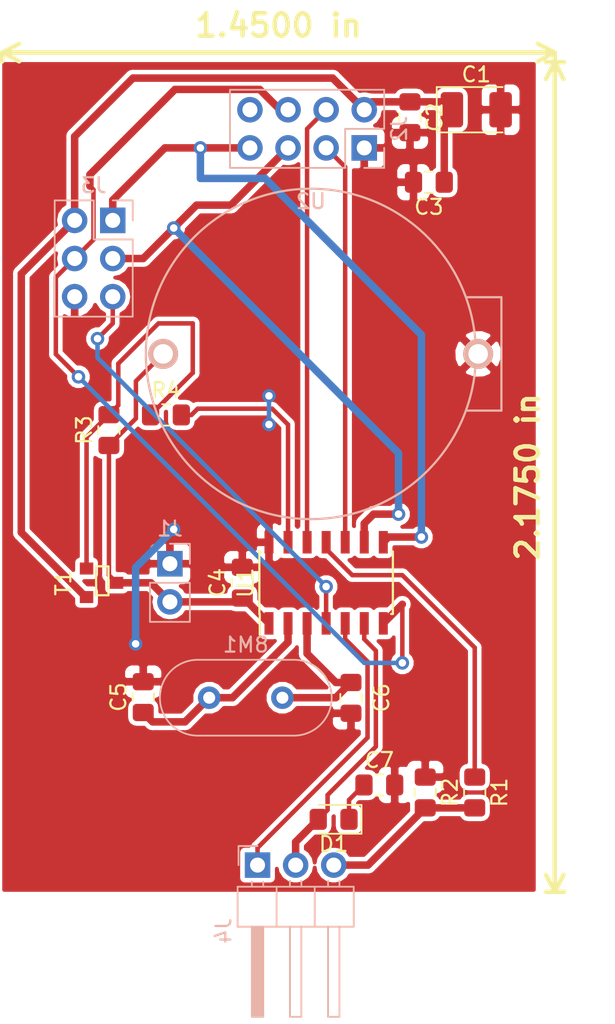
<source format=kicad_pcb>
(kicad_pcb (version 20171130) (host pcbnew "(5.0.1)-rc2")

  (general
    (thickness 1.6)
    (drawings 2)
    (tracks 149)
    (zones 0)
    (modules 20)
    (nets 20)
  )

  (page A4)
  (layers
    (0 F.Cu signal)
    (31 B.Cu signal)
    (32 B.Adhes user)
    (33 F.Adhes user)
    (34 B.Paste user)
    (35 F.Paste user)
    (36 B.SilkS user)
    (37 F.SilkS user)
    (38 B.Mask user)
    (39 F.Mask user)
    (40 Dwgs.User user)
    (41 Cmts.User user)
    (42 Eco1.User user)
    (43 Eco2.User user)
    (44 Edge.Cuts user)
    (45 Margin user)
    (46 B.CrtYd user)
    (47 F.CrtYd user)
    (48 B.Fab user)
    (49 F.Fab user)
  )

  (setup
    (last_trace_width 0.254)
    (user_trace_width 0.254)
    (user_trace_width 0.3)
    (user_trace_width 0.5)
    (user_trace_width 1.2)
    (trace_clearance 0.254)
    (zone_clearance 0.508)
    (zone_45_only no)
    (trace_min 0.254)
    (segment_width 0.2)
    (edge_width 0.15)
    (via_size 0.9)
    (via_drill 0.5)
    (via_min_size 0.9)
    (via_min_drill 0.5)
    (uvia_size 0.3)
    (uvia_drill 0.1)
    (uvias_allowed no)
    (uvia_min_size 0.2)
    (uvia_min_drill 0.1)
    (pcb_text_width 0.3)
    (pcb_text_size 1.5 1.5)
    (mod_edge_width 0.15)
    (mod_text_size 1 1)
    (mod_text_width 0.15)
    (pad_size 1.524 1.524)
    (pad_drill 0.762)
    (pad_to_mask_clearance 0.051)
    (solder_mask_min_width 0.25)
    (aux_axis_origin 0 0)
    (visible_elements 7FFFFFFF)
    (pcbplotparams
      (layerselection 0x01000_ffffffff)
      (usegerberextensions false)
      (usegerberattributes false)
      (usegerberadvancedattributes false)
      (creategerberjobfile false)
      (excludeedgelayer true)
      (linewidth 0.100000)
      (plotframeref false)
      (viasonmask false)
      (mode 1)
      (useauxorigin false)
      (hpglpennumber 1)
      (hpglpenspeed 20)
      (hpglpendiameter 15.000000)
      (psnegative false)
      (psa4output false)
      (plotreference true)
      (plotvalue true)
      (plotinvisibletext false)
      (padsonsilk false)
      (subtractmaskfromsilk false)
      (outputformat 1)
      (mirror false)
      (drillshape 0)
      (scaleselection 1)
      (outputdirectory ""))
  )

  (net 0 "")
  (net 1 "Net-(8M1-Pad1)")
  (net 2 "Net-(8M1-Pad2)")
  (net 3 /VCC_R)
  (net 4 GND)
  (net 5 +3V3)
  (net 6 "Net-(C7-Pad1)")
  (net 7 /czujnik)
  (net 8 /CE)
  (net 9 /CSN)
  (net 10 /SCK)
  (net 11 /MOSI)
  (net 12 /MISO)
  (net 13 /IRQ)
  (net 14 /~RESET)
  (net 15 /GEN)
  (net 16 "Net-(J4-Pad3)")
  (net 17 /pinHL)
  (net 18 "Net-(R3-Pad2)")
  (net 19 /ZAS_RADIO)

  (net_class Default "To jest domyślna klasa połączeń."
    (clearance 0.254)
    (trace_width 0.254)
    (via_dia 0.9)
    (via_drill 0.5)
    (uvia_dia 0.3)
    (uvia_drill 0.1)
    (diff_pair_gap 0.254)
    (diff_pair_width 0.254)
    (add_net +3V3)
    (add_net /CE)
    (add_net /CSN)
    (add_net /GEN)
    (add_net /IRQ)
    (add_net /MISO)
    (add_net /MOSI)
    (add_net /SCK)
    (add_net /VCC_R)
    (add_net /ZAS_RADIO)
    (add_net /czujnik)
    (add_net /pinHL)
    (add_net /~RESET)
    (add_net GND)
    (add_net "Net-(8M1-Pad1)")
    (add_net "Net-(8M1-Pad2)")
    (add_net "Net-(C7-Pad1)")
    (add_net "Net-(J4-Pad3)")
    (add_net "Net-(R3-Pad2)")
  )

  (module uchwyt_baterii:DS1092-04-B6P (layer B.Cu) (tedit 5BE1564E) (tstamp 5BF70A51)
    (at 217.424 63.246)
    (path /5BE18BDB)
    (fp_text reference U2 (at 0 -10.16) (layer B.SilkS)
      (effects (font (size 1 1) (thickness 0.15)) (justify mirror))
    )
    (fp_text value DS1092-04-B6P (at 0 12.7) (layer B.Fab)
      (effects (font (size 1 1) (thickness 0.15)) (justify mirror))
    )
    (fp_circle (center 0 0) (end 11 0) (layer B.SilkS) (width 0.15))
    (fp_line (start 12.7 3.775) (end 10.4 3.775) (layer B.SilkS) (width 0.15))
    (fp_line (start 12.7 -3.775) (end 10.4 -3.775) (layer B.SilkS) (width 0.15))
    (fp_line (start 12.7 3.775) (end 12.7 -3.775) (layer B.SilkS) (width 0.15))
    (pad 1 thru_hole circle (at 11.15 0) (size 2 2) (drill 1.3) (layers *.Cu *.Mask B.SilkS)
      (net 4 GND))
    (pad 2 thru_hole circle (at -9.85 0) (size 2 2) (drill 1.3) (layers *.Cu *.Mask B.SilkS)
      (net 5 +3V3))
  )

  (module Crystal:Crystal_HC49-4H_Vertical (layer B.Cu) (tedit 5A1AD3B7) (tstamp 5BF708B8)
    (at 215.524451 86.13784 180)
    (descr "Crystal THT HC-49-4H http://5hertz.com/pdfs/04404_D.pdf")
    (tags "THT crystalHC-49-4H")
    (path /5BD86A33)
    (fp_text reference 8M1 (at 2.44 3.525 180) (layer B.SilkS)
      (effects (font (size 1 1) (thickness 0.15)) (justify mirror))
    )
    (fp_text value Crystal_Small (at 2.44 -3.525 180) (layer B.Fab)
      (effects (font (size 1 1) (thickness 0.15)) (justify mirror))
    )
    (fp_text user %R (at 2.44 0 180) (layer B.Fab)
      (effects (font (size 1 1) (thickness 0.15)) (justify mirror))
    )
    (fp_line (start -0.76 2.325) (end 5.64 2.325) (layer B.Fab) (width 0.1))
    (fp_line (start -0.76 -2.325) (end 5.64 -2.325) (layer B.Fab) (width 0.1))
    (fp_line (start -0.56 2) (end 5.44 2) (layer B.Fab) (width 0.1))
    (fp_line (start -0.56 -2) (end 5.44 -2) (layer B.Fab) (width 0.1))
    (fp_line (start -0.76 2.525) (end 5.64 2.525) (layer B.SilkS) (width 0.12))
    (fp_line (start -0.76 -2.525) (end 5.64 -2.525) (layer B.SilkS) (width 0.12))
    (fp_line (start -3.6 2.8) (end -3.6 -2.8) (layer B.CrtYd) (width 0.05))
    (fp_line (start -3.6 -2.8) (end 8.5 -2.8) (layer B.CrtYd) (width 0.05))
    (fp_line (start 8.5 -2.8) (end 8.5 2.8) (layer B.CrtYd) (width 0.05))
    (fp_line (start 8.5 2.8) (end -3.6 2.8) (layer B.CrtYd) (width 0.05))
    (fp_arc (start -0.76 0) (end -0.76 2.325) (angle 180) (layer B.Fab) (width 0.1))
    (fp_arc (start 5.64 0) (end 5.64 2.325) (angle -180) (layer B.Fab) (width 0.1))
    (fp_arc (start -0.56 0) (end -0.56 2) (angle 180) (layer B.Fab) (width 0.1))
    (fp_arc (start 5.44 0) (end 5.44 2) (angle -180) (layer B.Fab) (width 0.1))
    (fp_arc (start -0.76 0) (end -0.76 2.525) (angle 180) (layer B.SilkS) (width 0.12))
    (fp_arc (start 5.64 0) (end 5.64 2.525) (angle -180) (layer B.SilkS) (width 0.12))
    (pad 1 thru_hole circle (at 0 0 180) (size 1.5 1.5) (drill 0.8) (layers *.Cu *.Mask)
      (net 1 "Net-(8M1-Pad1)"))
    (pad 2 thru_hole circle (at 4.88 0 180) (size 1.5 1.5) (drill 0.8) (layers *.Cu *.Mask)
      (net 2 "Net-(8M1-Pad2)"))
    (model ${KISYS3DMOD}/Crystal.3dshapes/Crystal_HC49-4H_Vertical.wrl
      (at (xyz 0 0 0))
      (scale (xyz 1 1 1))
      (rotate (xyz 0 0 0))
    )
  )

  (module Capacitor_Tantalum_SMD:CP_EIA-3528-21_Kemet-B_Pad1.50x2.35mm_HandSolder (layer F.Cu) (tedit 5B342532) (tstamp 5BF708CB)
    (at 228.447 46.99)
    (descr "Tantalum Capacitor SMD Kemet-B (3528-21 Metric), IPC_7351 nominal, (Body size from: http://www.kemet.com/Lists/ProductCatalog/Attachments/253/KEM_TC101_STD.pdf), generated with kicad-footprint-generator")
    (tags "capacitor tantalum")
    (path /5BE30EED)
    (attr smd)
    (fp_text reference C1 (at 0 -2.35) (layer F.SilkS)
      (effects (font (size 1 1) (thickness 0.15)))
    )
    (fp_text value 100u (at 0 2.35) (layer F.Fab)
      (effects (font (size 1 1) (thickness 0.15)))
    )
    (fp_line (start 1.75 -1.4) (end -1.05 -1.4) (layer F.Fab) (width 0.1))
    (fp_line (start -1.05 -1.4) (end -1.75 -0.7) (layer F.Fab) (width 0.1))
    (fp_line (start -1.75 -0.7) (end -1.75 1.4) (layer F.Fab) (width 0.1))
    (fp_line (start -1.75 1.4) (end 1.75 1.4) (layer F.Fab) (width 0.1))
    (fp_line (start 1.75 1.4) (end 1.75 -1.4) (layer F.Fab) (width 0.1))
    (fp_line (start 1.75 -1.51) (end -2.635 -1.51) (layer F.SilkS) (width 0.12))
    (fp_line (start -2.635 -1.51) (end -2.635 1.51) (layer F.SilkS) (width 0.12))
    (fp_line (start -2.635 1.51) (end 1.75 1.51) (layer F.SilkS) (width 0.12))
    (fp_line (start -2.62 1.65) (end -2.62 -1.65) (layer F.CrtYd) (width 0.05))
    (fp_line (start -2.62 -1.65) (end 2.62 -1.65) (layer F.CrtYd) (width 0.05))
    (fp_line (start 2.62 -1.65) (end 2.62 1.65) (layer F.CrtYd) (width 0.05))
    (fp_line (start 2.62 1.65) (end -2.62 1.65) (layer F.CrtYd) (width 0.05))
    (fp_text user %R (at 0 0) (layer F.Fab)
      (effects (font (size 0.88 0.88) (thickness 0.13)))
    )
    (pad 1 smd roundrect (at -1.625 0) (size 1.5 2.35) (layers F.Cu F.Paste F.Mask) (roundrect_rratio 0.166667)
      (net 3 /VCC_R))
    (pad 2 smd roundrect (at 1.625 0) (size 1.5 2.35) (layers F.Cu F.Paste F.Mask) (roundrect_rratio 0.166667)
      (net 4 GND))
    (model ${KISYS3DMOD}/Capacitor_Tantalum_SMD.3dshapes/CP_EIA-3528-21_Kemet-B.wrl
      (at (xyz 0 0 0))
      (scale (xyz 1 1 1))
      (rotate (xyz 0 0 0))
    )
  )

  (module Capacitor_SMD:C_0805_2012Metric_Pad1.15x1.40mm_HandSolder (layer F.Cu) (tedit 5B36C52B) (tstamp 5BF708DC)
    (at 224.028 47.489 270)
    (descr "Capacitor SMD 0805 (2012 Metric), square (rectangular) end terminal, IPC_7351 nominal with elongated pad for handsoldering. (Body size source: https://docs.google.com/spreadsheets/d/1BsfQQcO9C6DZCsRaXUlFlo91Tg2WpOkGARC1WS5S8t0/edit?usp=sharing), generated with kicad-footprint-generator")
    (tags "capacitor handsolder")
    (path /5BD8A982)
    (attr smd)
    (fp_text reference C2 (at 0 -1.65 270) (layer F.SilkS)
      (effects (font (size 1 1) (thickness 0.15)))
    )
    (fp_text value 100n (at 0 1.65 270) (layer F.Fab)
      (effects (font (size 1 1) (thickness 0.15)))
    )
    (fp_line (start -1 0.6) (end -1 -0.6) (layer F.Fab) (width 0.1))
    (fp_line (start -1 -0.6) (end 1 -0.6) (layer F.Fab) (width 0.1))
    (fp_line (start 1 -0.6) (end 1 0.6) (layer F.Fab) (width 0.1))
    (fp_line (start 1 0.6) (end -1 0.6) (layer F.Fab) (width 0.1))
    (fp_line (start -0.261252 -0.71) (end 0.261252 -0.71) (layer F.SilkS) (width 0.12))
    (fp_line (start -0.261252 0.71) (end 0.261252 0.71) (layer F.SilkS) (width 0.12))
    (fp_line (start -1.85 0.95) (end -1.85 -0.95) (layer F.CrtYd) (width 0.05))
    (fp_line (start -1.85 -0.95) (end 1.85 -0.95) (layer F.CrtYd) (width 0.05))
    (fp_line (start 1.85 -0.95) (end 1.85 0.95) (layer F.CrtYd) (width 0.05))
    (fp_line (start 1.85 0.95) (end -1.85 0.95) (layer F.CrtYd) (width 0.05))
    (fp_text user %R (at 0 0 270) (layer F.Fab)
      (effects (font (size 0.5 0.5) (thickness 0.08)))
    )
    (pad 1 smd roundrect (at -1.025 0 270) (size 1.15 1.4) (layers F.Cu F.Paste F.Mask) (roundrect_rratio 0.217391)
      (net 3 /VCC_R))
    (pad 2 smd roundrect (at 1.025 0 270) (size 1.15 1.4) (layers F.Cu F.Paste F.Mask) (roundrect_rratio 0.217391)
      (net 4 GND))
    (model ${KISYS3DMOD}/Capacitor_SMD.3dshapes/C_0805_2012Metric.wrl
      (at (xyz 0 0 0))
      (scale (xyz 1 1 1))
      (rotate (xyz 0 0 0))
    )
  )

  (module Capacitor_SMD:C_0805_2012Metric_Pad1.15x1.40mm_HandSolder (layer F.Cu) (tedit 5B36C52B) (tstamp 5BF708ED)
    (at 225.289 51.816 180)
    (descr "Capacitor SMD 0805 (2012 Metric), square (rectangular) end terminal, IPC_7351 nominal with elongated pad for handsoldering. (Body size source: https://docs.google.com/spreadsheets/d/1BsfQQcO9C6DZCsRaXUlFlo91Tg2WpOkGARC1WS5S8t0/edit?usp=sharing), generated with kicad-footprint-generator")
    (tags "capacitor handsolder")
    (path /5BD8B063)
    (attr smd)
    (fp_text reference C3 (at 0 -1.65 180) (layer F.SilkS)
      (effects (font (size 1 1) (thickness 0.15)))
    )
    (fp_text value 100n (at 0 1.65 180) (layer F.Fab)
      (effects (font (size 1 1) (thickness 0.15)))
    )
    (fp_text user %R (at 0 0 180) (layer F.Fab)
      (effects (font (size 0.5 0.5) (thickness 0.08)))
    )
    (fp_line (start 1.85 0.95) (end -1.85 0.95) (layer F.CrtYd) (width 0.05))
    (fp_line (start 1.85 -0.95) (end 1.85 0.95) (layer F.CrtYd) (width 0.05))
    (fp_line (start -1.85 -0.95) (end 1.85 -0.95) (layer F.CrtYd) (width 0.05))
    (fp_line (start -1.85 0.95) (end -1.85 -0.95) (layer F.CrtYd) (width 0.05))
    (fp_line (start -0.261252 0.71) (end 0.261252 0.71) (layer F.SilkS) (width 0.12))
    (fp_line (start -0.261252 -0.71) (end 0.261252 -0.71) (layer F.SilkS) (width 0.12))
    (fp_line (start 1 0.6) (end -1 0.6) (layer F.Fab) (width 0.1))
    (fp_line (start 1 -0.6) (end 1 0.6) (layer F.Fab) (width 0.1))
    (fp_line (start -1 -0.6) (end 1 -0.6) (layer F.Fab) (width 0.1))
    (fp_line (start -1 0.6) (end -1 -0.6) (layer F.Fab) (width 0.1))
    (pad 2 smd roundrect (at 1.025 0 180) (size 1.15 1.4) (layers F.Cu F.Paste F.Mask) (roundrect_rratio 0.217391)
      (net 4 GND))
    (pad 1 smd roundrect (at -1.025 0 180) (size 1.15 1.4) (layers F.Cu F.Paste F.Mask) (roundrect_rratio 0.217391)
      (net 3 /VCC_R))
    (model ${KISYS3DMOD}/Capacitor_SMD.3dshapes/C_0805_2012Metric.wrl
      (at (xyz 0 0 0))
      (scale (xyz 1 1 1))
      (rotate (xyz 0 0 0))
    )
  )

  (module Capacitor_SMD:C_0805_2012Metric_Pad1.15x1.40mm_HandSolder (layer F.Cu) (tedit 5B36C52B) (tstamp 5BF708FE)
    (at 212.852 78.477 90)
    (descr "Capacitor SMD 0805 (2012 Metric), square (rectangular) end terminal, IPC_7351 nominal with elongated pad for handsoldering. (Body size source: https://docs.google.com/spreadsheets/d/1BsfQQcO9C6DZCsRaXUlFlo91Tg2WpOkGARC1WS5S8t0/edit?usp=sharing), generated with kicad-footprint-generator")
    (tags "capacitor handsolder")
    (path /5BD827D6)
    (attr smd)
    (fp_text reference C4 (at 0 -1.65 90) (layer F.SilkS)
      (effects (font (size 1 1) (thickness 0.15)))
    )
    (fp_text value 100n (at 0 1.65 90) (layer F.Fab)
      (effects (font (size 1 1) (thickness 0.15)))
    )
    (fp_line (start -1 0.6) (end -1 -0.6) (layer F.Fab) (width 0.1))
    (fp_line (start -1 -0.6) (end 1 -0.6) (layer F.Fab) (width 0.1))
    (fp_line (start 1 -0.6) (end 1 0.6) (layer F.Fab) (width 0.1))
    (fp_line (start 1 0.6) (end -1 0.6) (layer F.Fab) (width 0.1))
    (fp_line (start -0.261252 -0.71) (end 0.261252 -0.71) (layer F.SilkS) (width 0.12))
    (fp_line (start -0.261252 0.71) (end 0.261252 0.71) (layer F.SilkS) (width 0.12))
    (fp_line (start -1.85 0.95) (end -1.85 -0.95) (layer F.CrtYd) (width 0.05))
    (fp_line (start -1.85 -0.95) (end 1.85 -0.95) (layer F.CrtYd) (width 0.05))
    (fp_line (start 1.85 -0.95) (end 1.85 0.95) (layer F.CrtYd) (width 0.05))
    (fp_line (start 1.85 0.95) (end -1.85 0.95) (layer F.CrtYd) (width 0.05))
    (fp_text user %R (at 0 0 90) (layer F.Fab)
      (effects (font (size 0.5 0.5) (thickness 0.08)))
    )
    (pad 1 smd roundrect (at -1.025 0 90) (size 1.15 1.4) (layers F.Cu F.Paste F.Mask) (roundrect_rratio 0.217391)
      (net 5 +3V3))
    (pad 2 smd roundrect (at 1.025 0 90) (size 1.15 1.4) (layers F.Cu F.Paste F.Mask) (roundrect_rratio 0.217391)
      (net 4 GND))
    (model ${KISYS3DMOD}/Capacitor_SMD.3dshapes/C_0805_2012Metric.wrl
      (at (xyz 0 0 0))
      (scale (xyz 1 1 1))
      (rotate (xyz 0 0 0))
    )
  )

  (module Capacitor_SMD:C_0805_2012Metric_Pad1.15x1.40mm_HandSolder (layer F.Cu) (tedit 5B36C52B) (tstamp 5BF7090F)
    (at 206.248 86.097 90)
    (descr "Capacitor SMD 0805 (2012 Metric), square (rectangular) end terminal, IPC_7351 nominal with elongated pad for handsoldering. (Body size source: https://docs.google.com/spreadsheets/d/1BsfQQcO9C6DZCsRaXUlFlo91Tg2WpOkGARC1WS5S8t0/edit?usp=sharing), generated with kicad-footprint-generator")
    (tags "capacitor handsolder")
    (path /5BD86B0F)
    (attr smd)
    (fp_text reference C5 (at 0 -1.65 90) (layer F.SilkS)
      (effects (font (size 1 1) (thickness 0.15)))
    )
    (fp_text value 22p (at 0 1.65 90) (layer F.Fab)
      (effects (font (size 1 1) (thickness 0.15)))
    )
    (fp_text user %R (at 0 0 90) (layer F.Fab)
      (effects (font (size 0.5 0.5) (thickness 0.08)))
    )
    (fp_line (start 1.85 0.95) (end -1.85 0.95) (layer F.CrtYd) (width 0.05))
    (fp_line (start 1.85 -0.95) (end 1.85 0.95) (layer F.CrtYd) (width 0.05))
    (fp_line (start -1.85 -0.95) (end 1.85 -0.95) (layer F.CrtYd) (width 0.05))
    (fp_line (start -1.85 0.95) (end -1.85 -0.95) (layer F.CrtYd) (width 0.05))
    (fp_line (start -0.261252 0.71) (end 0.261252 0.71) (layer F.SilkS) (width 0.12))
    (fp_line (start -0.261252 -0.71) (end 0.261252 -0.71) (layer F.SilkS) (width 0.12))
    (fp_line (start 1 0.6) (end -1 0.6) (layer F.Fab) (width 0.1))
    (fp_line (start 1 -0.6) (end 1 0.6) (layer F.Fab) (width 0.1))
    (fp_line (start -1 -0.6) (end 1 -0.6) (layer F.Fab) (width 0.1))
    (fp_line (start -1 0.6) (end -1 -0.6) (layer F.Fab) (width 0.1))
    (pad 2 smd roundrect (at 1.025 0 90) (size 1.15 1.4) (layers F.Cu F.Paste F.Mask) (roundrect_rratio 0.217391)
      (net 4 GND))
    (pad 1 smd roundrect (at -1.025 0 90) (size 1.15 1.4) (layers F.Cu F.Paste F.Mask) (roundrect_rratio 0.217391)
      (net 2 "Net-(8M1-Pad2)"))
    (model ${KISYS3DMOD}/Capacitor_SMD.3dshapes/C_0805_2012Metric.wrl
      (at (xyz 0 0 0))
      (scale (xyz 1 1 1))
      (rotate (xyz 0 0 0))
    )
  )

  (module Capacitor_SMD:C_0805_2012Metric_Pad1.15x1.40mm_HandSolder (layer F.Cu) (tedit 5B36C52B) (tstamp 5BF70920)
    (at 220.096451 86.14684 270)
    (descr "Capacitor SMD 0805 (2012 Metric), square (rectangular) end terminal, IPC_7351 nominal with elongated pad for handsoldering. (Body size source: https://docs.google.com/spreadsheets/d/1BsfQQcO9C6DZCsRaXUlFlo91Tg2WpOkGARC1WS5S8t0/edit?usp=sharing), generated with kicad-footprint-generator")
    (tags "capacitor handsolder")
    (path /5BD86B7B)
    (attr smd)
    (fp_text reference C6 (at 0 -2.032 270) (layer F.SilkS)
      (effects (font (size 1 1) (thickness 0.15)))
    )
    (fp_text value 22p (at 0 1.65 270) (layer F.Fab)
      (effects (font (size 1 1) (thickness 0.15)))
    )
    (fp_line (start -1 0.6) (end -1 -0.6) (layer F.Fab) (width 0.1))
    (fp_line (start -1 -0.6) (end 1 -0.6) (layer F.Fab) (width 0.1))
    (fp_line (start 1 -0.6) (end 1 0.6) (layer F.Fab) (width 0.1))
    (fp_line (start 1 0.6) (end -1 0.6) (layer F.Fab) (width 0.1))
    (fp_line (start -0.261252 -0.71) (end 0.261252 -0.71) (layer F.SilkS) (width 0.12))
    (fp_line (start -0.261252 0.71) (end 0.261252 0.71) (layer F.SilkS) (width 0.12))
    (fp_line (start -1.85 0.95) (end -1.85 -0.95) (layer F.CrtYd) (width 0.05))
    (fp_line (start -1.85 -0.95) (end 1.85 -0.95) (layer F.CrtYd) (width 0.05))
    (fp_line (start 1.85 -0.95) (end 1.85 0.95) (layer F.CrtYd) (width 0.05))
    (fp_line (start 1.85 0.95) (end -1.85 0.95) (layer F.CrtYd) (width 0.05))
    (fp_text user %R (at 0 0) (layer F.Fab)
      (effects (font (size 0.5 0.5) (thickness 0.08)))
    )
    (pad 1 smd roundrect (at -1.025 0 270) (size 1.15 1.4) (layers F.Cu F.Paste F.Mask) (roundrect_rratio 0.217391)
      (net 1 "Net-(8M1-Pad1)"))
    (pad 2 smd roundrect (at 1.025 0 270) (size 1.15 1.4) (layers F.Cu F.Paste F.Mask) (roundrect_rratio 0.217391)
      (net 4 GND))
    (model ${KISYS3DMOD}/Capacitor_SMD.3dshapes/C_0805_2012Metric.wrl
      (at (xyz 0 0 0))
      (scale (xyz 1 1 1))
      (rotate (xyz 0 0 0))
    )
  )

  (module Capacitor_SMD:C_0805_2012Metric_Pad1.15x1.40mm_HandSolder (layer F.Cu) (tedit 5B36C52B) (tstamp 5BF70931)
    (at 221.987 91.948)
    (descr "Capacitor SMD 0805 (2012 Metric), square (rectangular) end terminal, IPC_7351 nominal with elongated pad for handsoldering. (Body size source: https://docs.google.com/spreadsheets/d/1BsfQQcO9C6DZCsRaXUlFlo91Tg2WpOkGARC1WS5S8t0/edit?usp=sharing), generated with kicad-footprint-generator")
    (tags "capacitor handsolder")
    (path /5BEA99A1)
    (attr smd)
    (fp_text reference C7 (at 0 -1.65) (layer F.SilkS)
      (effects (font (size 1 1) (thickness 0.15)))
    )
    (fp_text value 22p (at 0 1.65) (layer F.Fab)
      (effects (font (size 1 1) (thickness 0.15)))
    )
    (fp_text user %R (at 0 0) (layer F.Fab)
      (effects (font (size 0.5 0.5) (thickness 0.08)))
    )
    (fp_line (start 1.85 0.95) (end -1.85 0.95) (layer F.CrtYd) (width 0.05))
    (fp_line (start 1.85 -0.95) (end 1.85 0.95) (layer F.CrtYd) (width 0.05))
    (fp_line (start -1.85 -0.95) (end 1.85 -0.95) (layer F.CrtYd) (width 0.05))
    (fp_line (start -1.85 0.95) (end -1.85 -0.95) (layer F.CrtYd) (width 0.05))
    (fp_line (start -0.261252 0.71) (end 0.261252 0.71) (layer F.SilkS) (width 0.12))
    (fp_line (start -0.261252 -0.71) (end 0.261252 -0.71) (layer F.SilkS) (width 0.12))
    (fp_line (start 1 0.6) (end -1 0.6) (layer F.Fab) (width 0.1))
    (fp_line (start 1 -0.6) (end 1 0.6) (layer F.Fab) (width 0.1))
    (fp_line (start -1 -0.6) (end 1 -0.6) (layer F.Fab) (width 0.1))
    (fp_line (start -1 0.6) (end -1 -0.6) (layer F.Fab) (width 0.1))
    (pad 2 smd roundrect (at 1.025 0) (size 1.15 1.4) (layers F.Cu F.Paste F.Mask) (roundrect_rratio 0.217391)
      (net 4 GND))
    (pad 1 smd roundrect (at -1.025 0) (size 1.15 1.4) (layers F.Cu F.Paste F.Mask) (roundrect_rratio 0.217391)
      (net 6 "Net-(C7-Pad1)"))
    (model ${KISYS3DMOD}/Capacitor_SMD.3dshapes/C_0805_2012Metric.wrl
      (at (xyz 0 0 0))
      (scale (xyz 1 1 1))
      (rotate (xyz 0 0 0))
    )
  )

  (module Diode_SMD:D_0805_2012Metric_Pad1.15x1.40mm_HandSolder (layer F.Cu) (tedit 5B4B45C8) (tstamp 5BF70944)
    (at 218.939 94.234 180)
    (descr "Diode SMD 0805 (2012 Metric), square (rectangular) end terminal, IPC_7351 nominal, (Body size source: https://docs.google.com/spreadsheets/d/1BsfQQcO9C6DZCsRaXUlFlo91Tg2WpOkGARC1WS5S8t0/edit?usp=sharing), generated with kicad-footprint-generator")
    (tags "diode handsolder")
    (path /5BEAB03B)
    (attr smd)
    (fp_text reference D1 (at 0 -1.65 180) (layer F.SilkS)
      (effects (font (size 1 1) (thickness 0.15)))
    )
    (fp_text value 1N4148 (at 0 1.65 180) (layer F.Fab)
      (effects (font (size 1 1) (thickness 0.15)))
    )
    (fp_line (start 1 -0.6) (end -0.7 -0.6) (layer F.Fab) (width 0.1))
    (fp_line (start -0.7 -0.6) (end -1 -0.3) (layer F.Fab) (width 0.1))
    (fp_line (start -1 -0.3) (end -1 0.6) (layer F.Fab) (width 0.1))
    (fp_line (start -1 0.6) (end 1 0.6) (layer F.Fab) (width 0.1))
    (fp_line (start 1 0.6) (end 1 -0.6) (layer F.Fab) (width 0.1))
    (fp_line (start 1 -0.96) (end -1.86 -0.96) (layer F.SilkS) (width 0.12))
    (fp_line (start -1.86 -0.96) (end -1.86 0.96) (layer F.SilkS) (width 0.12))
    (fp_line (start -1.86 0.96) (end 1 0.96) (layer F.SilkS) (width 0.12))
    (fp_line (start -1.85 0.95) (end -1.85 -0.95) (layer F.CrtYd) (width 0.05))
    (fp_line (start -1.85 -0.95) (end 1.85 -0.95) (layer F.CrtYd) (width 0.05))
    (fp_line (start 1.85 -0.95) (end 1.85 0.95) (layer F.CrtYd) (width 0.05))
    (fp_line (start 1.85 0.95) (end -1.85 0.95) (layer F.CrtYd) (width 0.05))
    (fp_text user %R (at 0 0 180) (layer F.Fab)
      (effects (font (size 0.5 0.5) (thickness 0.08)))
    )
    (pad 1 smd roundrect (at -1.025 0 180) (size 1.15 1.4) (layers F.Cu F.Paste F.Mask) (roundrect_rratio 0.217391)
      (net 6 "Net-(C7-Pad1)"))
    (pad 2 smd roundrect (at 1.025 0 180) (size 1.15 1.4) (layers F.Cu F.Paste F.Mask) (roundrect_rratio 0.217391)
      (net 7 /czujnik))
    (model ${KISYS3DMOD}/Diode_SMD.3dshapes/D_0805_2012Metric.wrl
      (at (xyz 0 0 0))
      (scale (xyz 1 1 1))
      (rotate (xyz 0 0 0))
    )
  )

  (module Connector_PinHeader_2.54mm:PinHeader_1x02_P2.54mm_Vertical (layer B.Cu) (tedit 59FED5CC) (tstamp 5BF7095A)
    (at 208.026 77.216 180)
    (descr "Through hole straight pin header, 1x02, 2.54mm pitch, single row")
    (tags "Through hole pin header THT 1x02 2.54mm single row")
    (path /5BD82679)
    (fp_text reference J1 (at 0 2.33 180) (layer B.SilkS)
      (effects (font (size 1 1) (thickness 0.15)) (justify mirror))
    )
    (fp_text value Conn_01x02 (at 0 -4.87 180) (layer B.Fab)
      (effects (font (size 1 1) (thickness 0.15)) (justify mirror))
    )
    (fp_line (start -0.635 1.27) (end 1.27 1.27) (layer B.Fab) (width 0.1))
    (fp_line (start 1.27 1.27) (end 1.27 -3.81) (layer B.Fab) (width 0.1))
    (fp_line (start 1.27 -3.81) (end -1.27 -3.81) (layer B.Fab) (width 0.1))
    (fp_line (start -1.27 -3.81) (end -1.27 0.635) (layer B.Fab) (width 0.1))
    (fp_line (start -1.27 0.635) (end -0.635 1.27) (layer B.Fab) (width 0.1))
    (fp_line (start -1.33 -3.87) (end 1.33 -3.87) (layer B.SilkS) (width 0.12))
    (fp_line (start -1.33 -1.27) (end -1.33 -3.87) (layer B.SilkS) (width 0.12))
    (fp_line (start 1.33 -1.27) (end 1.33 -3.87) (layer B.SilkS) (width 0.12))
    (fp_line (start -1.33 -1.27) (end 1.33 -1.27) (layer B.SilkS) (width 0.12))
    (fp_line (start -1.33 0) (end -1.33 1.33) (layer B.SilkS) (width 0.12))
    (fp_line (start -1.33 1.33) (end 0 1.33) (layer B.SilkS) (width 0.12))
    (fp_line (start -1.8 1.8) (end -1.8 -4.35) (layer B.CrtYd) (width 0.05))
    (fp_line (start -1.8 -4.35) (end 1.8 -4.35) (layer B.CrtYd) (width 0.05))
    (fp_line (start 1.8 -4.35) (end 1.8 1.8) (layer B.CrtYd) (width 0.05))
    (fp_line (start 1.8 1.8) (end -1.8 1.8) (layer B.CrtYd) (width 0.05))
    (fp_text user %R (at 0 -1.27 90) (layer B.Fab)
      (effects (font (size 1 1) (thickness 0.15)) (justify mirror))
    )
    (pad 1 thru_hole rect (at 0 0 180) (size 1.7 1.7) (drill 1) (layers *.Cu *.Mask)
      (net 4 GND))
    (pad 2 thru_hole oval (at 0 -2.54 180) (size 1.7 1.7) (drill 1) (layers *.Cu *.Mask)
      (net 5 +3V3))
    (model ${KISYS3DMOD}/Connector_PinHeader_2.54mm.3dshapes/PinHeader_1x02_P2.54mm_Vertical.wrl
      (at (xyz 0 0 0))
      (scale (xyz 1 1 1))
      (rotate (xyz 0 0 0))
    )
  )

  (module Connector_PinHeader_2.54mm:PinHeader_2x04_P2.54mm_Vertical (layer B.Cu) (tedit 59FED5CC) (tstamp 5BF70978)
    (at 220.98 49.53 90)
    (descr "Through hole straight pin header, 2x04, 2.54mm pitch, double rows")
    (tags "Through hole pin header THT 2x04 2.54mm double row")
    (path /5BD82D95)
    (fp_text reference J2 (at 1.27 2.33 90) (layer B.SilkS)
      (effects (font (size 1 1) (thickness 0.15)) (justify mirror))
    )
    (fp_text value Conn_02x04_Odd_Even (at 1.27 -9.95 90) (layer B.Fab)
      (effects (font (size 1 1) (thickness 0.15)) (justify mirror))
    )
    (fp_line (start 0 1.27) (end 3.81 1.27) (layer B.Fab) (width 0.1))
    (fp_line (start 3.81 1.27) (end 3.81 -8.89) (layer B.Fab) (width 0.1))
    (fp_line (start 3.81 -8.89) (end -1.27 -8.89) (layer B.Fab) (width 0.1))
    (fp_line (start -1.27 -8.89) (end -1.27 0) (layer B.Fab) (width 0.1))
    (fp_line (start -1.27 0) (end 0 1.27) (layer B.Fab) (width 0.1))
    (fp_line (start -1.33 -8.95) (end 3.87 -8.95) (layer B.SilkS) (width 0.12))
    (fp_line (start -1.33 -1.27) (end -1.33 -8.95) (layer B.SilkS) (width 0.12))
    (fp_line (start 3.87 1.33) (end 3.87 -8.95) (layer B.SilkS) (width 0.12))
    (fp_line (start -1.33 -1.27) (end 1.27 -1.27) (layer B.SilkS) (width 0.12))
    (fp_line (start 1.27 -1.27) (end 1.27 1.33) (layer B.SilkS) (width 0.12))
    (fp_line (start 1.27 1.33) (end 3.87 1.33) (layer B.SilkS) (width 0.12))
    (fp_line (start -1.33 0) (end -1.33 1.33) (layer B.SilkS) (width 0.12))
    (fp_line (start -1.33 1.33) (end 0 1.33) (layer B.SilkS) (width 0.12))
    (fp_line (start -1.8 1.8) (end -1.8 -9.4) (layer B.CrtYd) (width 0.05))
    (fp_line (start -1.8 -9.4) (end 4.35 -9.4) (layer B.CrtYd) (width 0.05))
    (fp_line (start 4.35 -9.4) (end 4.35 1.8) (layer B.CrtYd) (width 0.05))
    (fp_line (start 4.35 1.8) (end -1.8 1.8) (layer B.CrtYd) (width 0.05))
    (fp_text user %R (at 1.27 -3.81) (layer B.Fab)
      (effects (font (size 1 1) (thickness 0.15)) (justify mirror))
    )
    (pad 1 thru_hole rect (at 0 0 90) (size 1.7 1.7) (drill 1) (layers *.Cu *.Mask)
      (net 4 GND))
    (pad 2 thru_hole oval (at 2.54 0 90) (size 1.7 1.7) (drill 1) (layers *.Cu *.Mask)
      (net 3 /VCC_R))
    (pad 3 thru_hole oval (at 0 -2.54 90) (size 1.7 1.7) (drill 1) (layers *.Cu *.Mask)
      (net 8 /CE))
    (pad 4 thru_hole oval (at 2.54 -2.54 90) (size 1.7 1.7) (drill 1) (layers *.Cu *.Mask)
      (net 9 /CSN))
    (pad 5 thru_hole oval (at 0 -5.08 90) (size 1.7 1.7) (drill 1) (layers *.Cu *.Mask)
      (net 10 /SCK))
    (pad 6 thru_hole oval (at 2.54 -5.08 90) (size 1.7 1.7) (drill 1) (layers *.Cu *.Mask)
      (net 11 /MOSI))
    (pad 7 thru_hole oval (at 0 -7.62 90) (size 1.7 1.7) (drill 1) (layers *.Cu *.Mask)
      (net 12 /MISO))
    (pad 8 thru_hole oval (at 2.54 -7.62 90) (size 1.7 1.7) (drill 1) (layers *.Cu *.Mask)
      (net 13 /IRQ))
    (model ${KISYS3DMOD}/Connector_PinHeader_2.54mm.3dshapes/PinHeader_2x04_P2.54mm_Vertical.wrl
      (at (xyz 0 0 0))
      (scale (xyz 1 1 1))
      (rotate (xyz 0 0 0))
    )
  )

  (module Connector_PinHeader_2.54mm:PinHeader_2x03_P2.54mm_Vertical (layer B.Cu) (tedit 59FED5CC) (tstamp 5BF70994)
    (at 204.216 54.356 180)
    (descr "Through hole straight pin header, 2x03, 2.54mm pitch, double rows")
    (tags "Through hole pin header THT 2x03 2.54mm double row")
    (path /5BD855AF)
    (fp_text reference J3 (at 1.27 2.33 180) (layer B.SilkS)
      (effects (font (size 1 1) (thickness 0.15)) (justify mirror))
    )
    (fp_text value AVR-ISP-6 (at 1.27 -7.41 180) (layer B.Fab)
      (effects (font (size 1 1) (thickness 0.15)) (justify mirror))
    )
    (fp_line (start 0 1.27) (end 3.81 1.27) (layer B.Fab) (width 0.1))
    (fp_line (start 3.81 1.27) (end 3.81 -6.35) (layer B.Fab) (width 0.1))
    (fp_line (start 3.81 -6.35) (end -1.27 -6.35) (layer B.Fab) (width 0.1))
    (fp_line (start -1.27 -6.35) (end -1.27 0) (layer B.Fab) (width 0.1))
    (fp_line (start -1.27 0) (end 0 1.27) (layer B.Fab) (width 0.1))
    (fp_line (start -1.33 -6.41) (end 3.87 -6.41) (layer B.SilkS) (width 0.12))
    (fp_line (start -1.33 -1.27) (end -1.33 -6.41) (layer B.SilkS) (width 0.12))
    (fp_line (start 3.87 1.33) (end 3.87 -6.41) (layer B.SilkS) (width 0.12))
    (fp_line (start -1.33 -1.27) (end 1.27 -1.27) (layer B.SilkS) (width 0.12))
    (fp_line (start 1.27 -1.27) (end 1.27 1.33) (layer B.SilkS) (width 0.12))
    (fp_line (start 1.27 1.33) (end 3.87 1.33) (layer B.SilkS) (width 0.12))
    (fp_line (start -1.33 0) (end -1.33 1.33) (layer B.SilkS) (width 0.12))
    (fp_line (start -1.33 1.33) (end 0 1.33) (layer B.SilkS) (width 0.12))
    (fp_line (start -1.8 1.8) (end -1.8 -6.85) (layer B.CrtYd) (width 0.05))
    (fp_line (start -1.8 -6.85) (end 4.35 -6.85) (layer B.CrtYd) (width 0.05))
    (fp_line (start 4.35 -6.85) (end 4.35 1.8) (layer B.CrtYd) (width 0.05))
    (fp_line (start 4.35 1.8) (end -1.8 1.8) (layer B.CrtYd) (width 0.05))
    (fp_text user %R (at 1.27 -2.54 90) (layer B.Fab)
      (effects (font (size 1 1) (thickness 0.15)) (justify mirror))
    )
    (pad 1 thru_hole rect (at 0 0 180) (size 1.7 1.7) (drill 1) (layers *.Cu *.Mask)
      (net 12 /MISO))
    (pad 2 thru_hole oval (at 2.54 0 180) (size 1.7 1.7) (drill 1) (layers *.Cu *.Mask)
      (net 3 /VCC_R))
    (pad 3 thru_hole oval (at 0 -2.54 180) (size 1.7 1.7) (drill 1) (layers *.Cu *.Mask)
      (net 10 /SCK))
    (pad 4 thru_hole oval (at 2.54 -2.54 180) (size 1.7 1.7) (drill 1) (layers *.Cu *.Mask)
      (net 11 /MOSI))
    (pad 5 thru_hole oval (at 0 -5.08 180) (size 1.7 1.7) (drill 1) (layers *.Cu *.Mask)
      (net 14 /~RESET))
    (pad 6 thru_hole oval (at 2.54 -5.08 180) (size 1.7 1.7) (drill 1) (layers *.Cu *.Mask)
      (net 4 GND))
    (model ${KISYS3DMOD}/Connector_PinHeader_2.54mm.3dshapes/PinHeader_2x03_P2.54mm_Vertical.wrl
      (at (xyz 0 0 0))
      (scale (xyz 1 1 1))
      (rotate (xyz 0 0 0))
    )
  )

  (module Connector_PinHeader_2.54mm:PinHeader_1x03_P2.54mm_Horizontal (layer B.Cu) (tedit 59FED5CB) (tstamp 5BF709D4)
    (at 213.868 97.282 270)
    (descr "Through hole angled pin header, 1x03, 2.54mm pitch, 6mm pin length, single row")
    (tags "Through hole angled pin header THT 1x03 2.54mm single row")
    (path /5BE30D8F)
    (fp_text reference J4 (at 4.385 2.27 270) (layer B.SilkS)
      (effects (font (size 1 1) (thickness 0.15)) (justify mirror))
    )
    (fp_text value Conn_01x03 (at 4.385 -7.35 270) (layer B.Fab)
      (effects (font (size 1 1) (thickness 0.15)) (justify mirror))
    )
    (fp_line (start 2.135 1.27) (end 4.04 1.27) (layer B.Fab) (width 0.1))
    (fp_line (start 4.04 1.27) (end 4.04 -6.35) (layer B.Fab) (width 0.1))
    (fp_line (start 4.04 -6.35) (end 1.5 -6.35) (layer B.Fab) (width 0.1))
    (fp_line (start 1.5 -6.35) (end 1.5 0.635) (layer B.Fab) (width 0.1))
    (fp_line (start 1.5 0.635) (end 2.135 1.27) (layer B.Fab) (width 0.1))
    (fp_line (start -0.32 0.32) (end 1.5 0.32) (layer B.Fab) (width 0.1))
    (fp_line (start -0.32 0.32) (end -0.32 -0.32) (layer B.Fab) (width 0.1))
    (fp_line (start -0.32 -0.32) (end 1.5 -0.32) (layer B.Fab) (width 0.1))
    (fp_line (start 4.04 0.32) (end 10.04 0.32) (layer B.Fab) (width 0.1))
    (fp_line (start 10.04 0.32) (end 10.04 -0.32) (layer B.Fab) (width 0.1))
    (fp_line (start 4.04 -0.32) (end 10.04 -0.32) (layer B.Fab) (width 0.1))
    (fp_line (start -0.32 -2.22) (end 1.5 -2.22) (layer B.Fab) (width 0.1))
    (fp_line (start -0.32 -2.22) (end -0.32 -2.86) (layer B.Fab) (width 0.1))
    (fp_line (start -0.32 -2.86) (end 1.5 -2.86) (layer B.Fab) (width 0.1))
    (fp_line (start 4.04 -2.22) (end 10.04 -2.22) (layer B.Fab) (width 0.1))
    (fp_line (start 10.04 -2.22) (end 10.04 -2.86) (layer B.Fab) (width 0.1))
    (fp_line (start 4.04 -2.86) (end 10.04 -2.86) (layer B.Fab) (width 0.1))
    (fp_line (start -0.32 -4.76) (end 1.5 -4.76) (layer B.Fab) (width 0.1))
    (fp_line (start -0.32 -4.76) (end -0.32 -5.4) (layer B.Fab) (width 0.1))
    (fp_line (start -0.32 -5.4) (end 1.5 -5.4) (layer B.Fab) (width 0.1))
    (fp_line (start 4.04 -4.76) (end 10.04 -4.76) (layer B.Fab) (width 0.1))
    (fp_line (start 10.04 -4.76) (end 10.04 -5.4) (layer B.Fab) (width 0.1))
    (fp_line (start 4.04 -5.4) (end 10.04 -5.4) (layer B.Fab) (width 0.1))
    (fp_line (start 1.44 1.33) (end 1.44 -6.41) (layer B.SilkS) (width 0.12))
    (fp_line (start 1.44 -6.41) (end 4.1 -6.41) (layer B.SilkS) (width 0.12))
    (fp_line (start 4.1 -6.41) (end 4.1 1.33) (layer B.SilkS) (width 0.12))
    (fp_line (start 4.1 1.33) (end 1.44 1.33) (layer B.SilkS) (width 0.12))
    (fp_line (start 4.1 0.38) (end 10.1 0.38) (layer B.SilkS) (width 0.12))
    (fp_line (start 10.1 0.38) (end 10.1 -0.38) (layer B.SilkS) (width 0.12))
    (fp_line (start 10.1 -0.38) (end 4.1 -0.38) (layer B.SilkS) (width 0.12))
    (fp_line (start 4.1 0.32) (end 10.1 0.32) (layer B.SilkS) (width 0.12))
    (fp_line (start 4.1 0.2) (end 10.1 0.2) (layer B.SilkS) (width 0.12))
    (fp_line (start 4.1 0.08) (end 10.1 0.08) (layer B.SilkS) (width 0.12))
    (fp_line (start 4.1 -0.04) (end 10.1 -0.04) (layer B.SilkS) (width 0.12))
    (fp_line (start 4.1 -0.16) (end 10.1 -0.16) (layer B.SilkS) (width 0.12))
    (fp_line (start 4.1 -0.28) (end 10.1 -0.28) (layer B.SilkS) (width 0.12))
    (fp_line (start 1.11 0.38) (end 1.44 0.38) (layer B.SilkS) (width 0.12))
    (fp_line (start 1.11 -0.38) (end 1.44 -0.38) (layer B.SilkS) (width 0.12))
    (fp_line (start 1.44 -1.27) (end 4.1 -1.27) (layer B.SilkS) (width 0.12))
    (fp_line (start 4.1 -2.16) (end 10.1 -2.16) (layer B.SilkS) (width 0.12))
    (fp_line (start 10.1 -2.16) (end 10.1 -2.92) (layer B.SilkS) (width 0.12))
    (fp_line (start 10.1 -2.92) (end 4.1 -2.92) (layer B.SilkS) (width 0.12))
    (fp_line (start 1.042929 -2.16) (end 1.44 -2.16) (layer B.SilkS) (width 0.12))
    (fp_line (start 1.042929 -2.92) (end 1.44 -2.92) (layer B.SilkS) (width 0.12))
    (fp_line (start 1.44 -3.81) (end 4.1 -3.81) (layer B.SilkS) (width 0.12))
    (fp_line (start 4.1 -4.7) (end 10.1 -4.7) (layer B.SilkS) (width 0.12))
    (fp_line (start 10.1 -4.7) (end 10.1 -5.46) (layer B.SilkS) (width 0.12))
    (fp_line (start 10.1 -5.46) (end 4.1 -5.46) (layer B.SilkS) (width 0.12))
    (fp_line (start 1.042929 -4.7) (end 1.44 -4.7) (layer B.SilkS) (width 0.12))
    (fp_line (start 1.042929 -5.46) (end 1.44 -5.46) (layer B.SilkS) (width 0.12))
    (fp_line (start -1.27 0) (end -1.27 1.27) (layer B.SilkS) (width 0.12))
    (fp_line (start -1.27 1.27) (end 0 1.27) (layer B.SilkS) (width 0.12))
    (fp_line (start -1.8 1.8) (end -1.8 -6.85) (layer B.CrtYd) (width 0.05))
    (fp_line (start -1.8 -6.85) (end 10.55 -6.85) (layer B.CrtYd) (width 0.05))
    (fp_line (start 10.55 -6.85) (end 10.55 1.8) (layer B.CrtYd) (width 0.05))
    (fp_line (start 10.55 1.8) (end -1.8 1.8) (layer B.CrtYd) (width 0.05))
    (fp_text user %R (at 2.77 -2.54 180) (layer B.Fab)
      (effects (font (size 1 1) (thickness 0.15)) (justify mirror))
    )
    (pad 1 thru_hole rect (at 0 0 270) (size 1.7 1.7) (drill 1) (layers *.Cu *.Mask)
      (net 15 /GEN))
    (pad 2 thru_hole oval (at 0 -2.54 270) (size 1.7 1.7) (drill 1) (layers *.Cu *.Mask)
      (net 7 /czujnik))
    (pad 3 thru_hole oval (at 0 -5.08 270) (size 1.7 1.7) (drill 1) (layers *.Cu *.Mask)
      (net 16 "Net-(J4-Pad3)"))
    (model ${KISYS3DMOD}/Connector_PinHeader_2.54mm.3dshapes/PinHeader_1x03_P2.54mm_Horizontal.wrl
      (at (xyz 0 0 0))
      (scale (xyz 1 1 1))
      (rotate (xyz 0 0 0))
    )
  )

  (module Resistor_SMD:R_0805_2012Metric_Pad1.15x1.40mm_HandSolder (layer F.Cu) (tedit 5B36C52B) (tstamp 5BF709E5)
    (at 228.346 92.447 270)
    (descr "Resistor SMD 0805 (2012 Metric), square (rectangular) end terminal, IPC_7351 nominal with elongated pad for handsoldering. (Body size source: https://docs.google.com/spreadsheets/d/1BsfQQcO9C6DZCsRaXUlFlo91Tg2WpOkGARC1WS5S8t0/edit?usp=sharing), generated with kicad-footprint-generator")
    (tags "resistor handsolder")
    (path /5BE39ECF)
    (attr smd)
    (fp_text reference R1 (at 0 -1.65 270) (layer F.SilkS)
      (effects (font (size 1 1) (thickness 0.15)))
    )
    (fp_text value 0 (at 0 1.65 270) (layer F.Fab)
      (effects (font (size 1 1) (thickness 0.15)))
    )
    (fp_line (start -1 0.6) (end -1 -0.6) (layer F.Fab) (width 0.1))
    (fp_line (start -1 -0.6) (end 1 -0.6) (layer F.Fab) (width 0.1))
    (fp_line (start 1 -0.6) (end 1 0.6) (layer F.Fab) (width 0.1))
    (fp_line (start 1 0.6) (end -1 0.6) (layer F.Fab) (width 0.1))
    (fp_line (start -0.261252 -0.71) (end 0.261252 -0.71) (layer F.SilkS) (width 0.12))
    (fp_line (start -0.261252 0.71) (end 0.261252 0.71) (layer F.SilkS) (width 0.12))
    (fp_line (start -1.85 0.95) (end -1.85 -0.95) (layer F.CrtYd) (width 0.05))
    (fp_line (start -1.85 -0.95) (end 1.85 -0.95) (layer F.CrtYd) (width 0.05))
    (fp_line (start 1.85 -0.95) (end 1.85 0.95) (layer F.CrtYd) (width 0.05))
    (fp_line (start 1.85 0.95) (end -1.85 0.95) (layer F.CrtYd) (width 0.05))
    (fp_text user %R (at 0 0 270) (layer F.Fab)
      (effects (font (size 0.5 0.5) (thickness 0.08)))
    )
    (pad 1 smd roundrect (at -1.025 0 270) (size 1.15 1.4) (layers F.Cu F.Paste F.Mask) (roundrect_rratio 0.217391)
      (net 17 /pinHL))
    (pad 2 smd roundrect (at 1.025 0 270) (size 1.15 1.4) (layers F.Cu F.Paste F.Mask) (roundrect_rratio 0.217391)
      (net 16 "Net-(J4-Pad3)"))
    (model ${KISYS3DMOD}/Resistor_SMD.3dshapes/R_0805_2012Metric.wrl
      (at (xyz 0 0 0))
      (scale (xyz 1 1 1))
      (rotate (xyz 0 0 0))
    )
  )

  (module Resistor_SMD:R_0805_2012Metric_Pad1.15x1.40mm_HandSolder (layer F.Cu) (tedit 5B36C52B) (tstamp 5BF709F6)
    (at 225.044 92.447 270)
    (descr "Resistor SMD 0805 (2012 Metric), square (rectangular) end terminal, IPC_7351 nominal with elongated pad for handsoldering. (Body size source: https://docs.google.com/spreadsheets/d/1BsfQQcO9C6DZCsRaXUlFlo91Tg2WpOkGARC1WS5S8t0/edit?usp=sharing), generated with kicad-footprint-generator")
    (tags "resistor handsolder")
    (path /5BE39E1E)
    (attr smd)
    (fp_text reference R2 (at 0 -1.65 270) (layer F.SilkS)
      (effects (font (size 1 1) (thickness 0.15)))
    )
    (fp_text value 0 (at 0 1.65 270) (layer F.Fab)
      (effects (font (size 1 1) (thickness 0.15)))
    )
    (fp_text user %R (at 0 0 270) (layer F.Fab)
      (effects (font (size 0.5 0.5) (thickness 0.08)))
    )
    (fp_line (start 1.85 0.95) (end -1.85 0.95) (layer F.CrtYd) (width 0.05))
    (fp_line (start 1.85 -0.95) (end 1.85 0.95) (layer F.CrtYd) (width 0.05))
    (fp_line (start -1.85 -0.95) (end 1.85 -0.95) (layer F.CrtYd) (width 0.05))
    (fp_line (start -1.85 0.95) (end -1.85 -0.95) (layer F.CrtYd) (width 0.05))
    (fp_line (start -0.261252 0.71) (end 0.261252 0.71) (layer F.SilkS) (width 0.12))
    (fp_line (start -0.261252 -0.71) (end 0.261252 -0.71) (layer F.SilkS) (width 0.12))
    (fp_line (start 1 0.6) (end -1 0.6) (layer F.Fab) (width 0.1))
    (fp_line (start 1 -0.6) (end 1 0.6) (layer F.Fab) (width 0.1))
    (fp_line (start -1 -0.6) (end 1 -0.6) (layer F.Fab) (width 0.1))
    (fp_line (start -1 0.6) (end -1 -0.6) (layer F.Fab) (width 0.1))
    (pad 2 smd roundrect (at 1.025 0 270) (size 1.15 1.4) (layers F.Cu F.Paste F.Mask) (roundrect_rratio 0.217391)
      (net 16 "Net-(J4-Pad3)"))
    (pad 1 smd roundrect (at -1.025 0 270) (size 1.15 1.4) (layers F.Cu F.Paste F.Mask) (roundrect_rratio 0.217391)
      (net 4 GND))
    (model ${KISYS3DMOD}/Resistor_SMD.3dshapes/R_0805_2012Metric.wrl
      (at (xyz 0 0 0))
      (scale (xyz 1 1 1))
      (rotate (xyz 0 0 0))
    )
  )

  (module Resistor_SMD:R_0805_2012Metric_Pad1.15x1.40mm_HandSolder (layer F.Cu) (tedit 5B36C52B) (tstamp 5BF70A07)
    (at 203.962 68.317 90)
    (descr "Resistor SMD 0805 (2012 Metric), square (rectangular) end terminal, IPC_7351 nominal with elongated pad for handsoldering. (Body size source: https://docs.google.com/spreadsheets/d/1BsfQQcO9C6DZCsRaXUlFlo91Tg2WpOkGARC1WS5S8t0/edit?usp=sharing), generated with kicad-footprint-generator")
    (tags "resistor handsolder")
    (path /5BD862B2)
    (attr smd)
    (fp_text reference R3 (at 0 -1.65 90) (layer F.SilkS)
      (effects (font (size 1 1) (thickness 0.15)))
    )
    (fp_text value R_Small (at 0 1.65 90) (layer F.Fab)
      (effects (font (size 1 1) (thickness 0.15)))
    )
    (fp_text user %R (at 0 0 90) (layer F.Fab)
      (effects (font (size 0.5 0.5) (thickness 0.08)))
    )
    (fp_line (start 1.85 0.95) (end -1.85 0.95) (layer F.CrtYd) (width 0.05))
    (fp_line (start 1.85 -0.95) (end 1.85 0.95) (layer F.CrtYd) (width 0.05))
    (fp_line (start -1.85 -0.95) (end 1.85 -0.95) (layer F.CrtYd) (width 0.05))
    (fp_line (start -1.85 0.95) (end -1.85 -0.95) (layer F.CrtYd) (width 0.05))
    (fp_line (start -0.261252 0.71) (end 0.261252 0.71) (layer F.SilkS) (width 0.12))
    (fp_line (start -0.261252 -0.71) (end 0.261252 -0.71) (layer F.SilkS) (width 0.12))
    (fp_line (start 1 0.6) (end -1 0.6) (layer F.Fab) (width 0.1))
    (fp_line (start 1 -0.6) (end 1 0.6) (layer F.Fab) (width 0.1))
    (fp_line (start -1 -0.6) (end 1 -0.6) (layer F.Fab) (width 0.1))
    (fp_line (start -1 0.6) (end -1 -0.6) (layer F.Fab) (width 0.1))
    (pad 2 smd roundrect (at 1.025 0 90) (size 1.15 1.4) (layers F.Cu F.Paste F.Mask) (roundrect_rratio 0.217391)
      (net 18 "Net-(R3-Pad2)"))
    (pad 1 smd roundrect (at -1.025 0 90) (size 1.15 1.4) (layers F.Cu F.Paste F.Mask) (roundrect_rratio 0.217391)
      (net 5 +3V3))
    (model ${KISYS3DMOD}/Resistor_SMD.3dshapes/R_0805_2012Metric.wrl
      (at (xyz 0 0 0))
      (scale (xyz 1 1 1))
      (rotate (xyz 0 0 0))
    )
  )

  (module Resistor_SMD:R_0805_2012Metric_Pad1.15x1.40mm_HandSolder (layer F.Cu) (tedit 5B36C52B) (tstamp 5BF70A18)
    (at 207.763 67.31)
    (descr "Resistor SMD 0805 (2012 Metric), square (rectangular) end terminal, IPC_7351 nominal with elongated pad for handsoldering. (Body size source: https://docs.google.com/spreadsheets/d/1BsfQQcO9C6DZCsRaXUlFlo91Tg2WpOkGARC1WS5S8t0/edit?usp=sharing), generated with kicad-footprint-generator")
    (tags "resistor handsolder")
    (path /5BD86D99)
    (attr smd)
    (fp_text reference R4 (at 0 -1.65) (layer F.SilkS)
      (effects (font (size 1 1) (thickness 0.15)))
    )
    (fp_text value R_Small (at 0 1.65) (layer F.Fab)
      (effects (font (size 1 1) (thickness 0.15)))
    )
    (fp_line (start -1 0.6) (end -1 -0.6) (layer F.Fab) (width 0.1))
    (fp_line (start -1 -0.6) (end 1 -0.6) (layer F.Fab) (width 0.1))
    (fp_line (start 1 -0.6) (end 1 0.6) (layer F.Fab) (width 0.1))
    (fp_line (start 1 0.6) (end -1 0.6) (layer F.Fab) (width 0.1))
    (fp_line (start -0.261252 -0.71) (end 0.261252 -0.71) (layer F.SilkS) (width 0.12))
    (fp_line (start -0.261252 0.71) (end 0.261252 0.71) (layer F.SilkS) (width 0.12))
    (fp_line (start -1.85 0.95) (end -1.85 -0.95) (layer F.CrtYd) (width 0.05))
    (fp_line (start -1.85 -0.95) (end 1.85 -0.95) (layer F.CrtYd) (width 0.05))
    (fp_line (start 1.85 -0.95) (end 1.85 0.95) (layer F.CrtYd) (width 0.05))
    (fp_line (start 1.85 0.95) (end -1.85 0.95) (layer F.CrtYd) (width 0.05))
    (fp_text user %R (at 0 0) (layer F.Fab)
      (effects (font (size 0.5 0.5) (thickness 0.08)))
    )
    (pad 1 smd roundrect (at -1.025 0) (size 1.15 1.4) (layers F.Cu F.Paste F.Mask) (roundrect_rratio 0.217391)
      (net 18 "Net-(R3-Pad2)"))
    (pad 2 smd roundrect (at 1.025 0) (size 1.15 1.4) (layers F.Cu F.Paste F.Mask) (roundrect_rratio 0.217391)
      (net 19 /ZAS_RADIO))
    (model ${KISYS3DMOD}/Resistor_SMD.3dshapes/R_0805_2012Metric.wrl
      (at (xyz 0 0 0))
      (scale (xyz 1 1 1))
      (rotate (xyz 0 0 0))
    )
  )

  (module SOT23:moj (layer F.Cu) (tedit 5BD82C13) (tstamp 5BF70A24)
    (at 203.47 78.486 270)
    (path /5BD8434F)
    (fp_text reference T1 (at 0 2.54 270) (layer F.SilkS)
      (effects (font (size 1 1) (thickness 0.15)))
    )
    (fp_text value DMG2305UX (at 0 -3.81 270) (layer F.Fab)
      (effects (font (size 1 1) (thickness 0.15)))
    )
    (fp_line (start -1.1 0.37) (end -1.1 -0.09) (layer F.SilkS) (width 0.15))
    (fp_line (start 0.83 0.36) (end -1.1 0.37) (layer F.SilkS) (width 0.15))
    (fp_line (start 0.83 -0.46) (end 0.83 0.36) (layer F.SilkS) (width 0.15))
    (fp_line (start -1.09 -0.46) (end 0.83 -0.46) (layer F.SilkS) (width 0.15))
    (fp_line (start -1.1 0.06) (end -1.09 -0.46) (layer F.SilkS) (width 0.15))
    (pad 2 smd rect (at 0.95 1 270) (size 0.8 0.9) (layers F.Cu F.Paste F.Mask)
      (net 3 /VCC_R))
    (pad 3 smd rect (at 0 -1 270) (size 0.8 0.9) (layers F.Cu F.Paste F.Mask)
      (net 5 +3V3))
    (pad 1 smd rect (at -0.95 1 270) (size 0.8 0.9) (layers F.Cu F.Paste F.Mask)
      (net 18 "Net-(R3-Pad2)"))
  )

  (module Package_SO:SOIC-14_3.9x8.7mm_P1.27mm (layer F.Cu) (tedit 5A02F2D3) (tstamp 5BF70A47)
    (at 218.44 78.486 90)
    (descr "14-Lead Plastic Small Outline (SL) - Narrow, 3.90 mm Body [SOIC] (see Microchip Packaging Specification 00000049BS.pdf)")
    (tags "SOIC 1.27")
    (path /5BD821A4)
    (attr smd)
    (fp_text reference U1 (at 0 -5.375 90) (layer F.SilkS)
      (effects (font (size 1 1) (thickness 0.15)))
    )
    (fp_text value ATtiny84A-SSU (at 0 5.375 90) (layer F.Fab)
      (effects (font (size 1 1) (thickness 0.15)))
    )
    (fp_text user %R (at 0 0 180) (layer F.Fab)
      (effects (font (size 0.9 0.9) (thickness 0.135)))
    )
    (fp_line (start -0.95 -4.35) (end 1.95 -4.35) (layer F.Fab) (width 0.15))
    (fp_line (start 1.95 -4.35) (end 1.95 4.35) (layer F.Fab) (width 0.15))
    (fp_line (start 1.95 4.35) (end -1.95 4.35) (layer F.Fab) (width 0.15))
    (fp_line (start -1.95 4.35) (end -1.95 -3.35) (layer F.Fab) (width 0.15))
    (fp_line (start -1.95 -3.35) (end -0.95 -4.35) (layer F.Fab) (width 0.15))
    (fp_line (start -3.7 -4.65) (end -3.7 4.65) (layer F.CrtYd) (width 0.05))
    (fp_line (start 3.7 -4.65) (end 3.7 4.65) (layer F.CrtYd) (width 0.05))
    (fp_line (start -3.7 -4.65) (end 3.7 -4.65) (layer F.CrtYd) (width 0.05))
    (fp_line (start -3.7 4.65) (end 3.7 4.65) (layer F.CrtYd) (width 0.05))
    (fp_line (start -2.075 -4.45) (end -2.075 -4.425) (layer F.SilkS) (width 0.15))
    (fp_line (start 2.075 -4.45) (end 2.075 -4.335) (layer F.SilkS) (width 0.15))
    (fp_line (start 2.075 4.45) (end 2.075 4.335) (layer F.SilkS) (width 0.15))
    (fp_line (start -2.075 4.45) (end -2.075 4.335) (layer F.SilkS) (width 0.15))
    (fp_line (start -2.075 -4.45) (end 2.075 -4.45) (layer F.SilkS) (width 0.15))
    (fp_line (start -2.075 4.45) (end 2.075 4.45) (layer F.SilkS) (width 0.15))
    (fp_line (start -2.075 -4.425) (end -3.45 -4.425) (layer F.SilkS) (width 0.15))
    (pad 1 smd rect (at -2.7 -3.81 90) (size 1.5 0.6) (layers F.Cu F.Paste F.Mask)
      (net 5 +3V3))
    (pad 2 smd rect (at -2.7 -2.54 90) (size 1.5 0.6) (layers F.Cu F.Paste F.Mask)
      (net 2 "Net-(8M1-Pad2)"))
    (pad 3 smd rect (at -2.7 -1.27 90) (size 1.5 0.6) (layers F.Cu F.Paste F.Mask)
      (net 1 "Net-(8M1-Pad1)"))
    (pad 4 smd rect (at -2.7 0 90) (size 1.5 0.6) (layers F.Cu F.Paste F.Mask)
      (net 14 /~RESET))
    (pad 5 smd rect (at -2.7 1.27 90) (size 1.5 0.6) (layers F.Cu F.Paste F.Mask)
      (net 15 /GEN))
    (pad 6 smd rect (at -2.7 2.54 90) (size 1.5 0.6) (layers F.Cu F.Paste F.Mask)
      (net 7 /czujnik))
    (pad 7 smd rect (at -2.7 3.81 90) (size 1.5 0.6) (layers F.Cu F.Paste F.Mask)
      (net 11 /MOSI))
    (pad 8 smd rect (at 2.7 3.81 90) (size 1.5 0.6) (layers F.Cu F.Paste F.Mask)
      (net 12 /MISO))
    (pad 9 smd rect (at 2.7 2.54 90) (size 1.5 0.6) (layers F.Cu F.Paste F.Mask)
      (net 10 /SCK))
    (pad 10 smd rect (at 2.7 1.27 90) (size 1.5 0.6) (layers F.Cu F.Paste F.Mask)
      (net 8 /CE))
    (pad 11 smd rect (at 2.7 0 90) (size 1.5 0.6) (layers F.Cu F.Paste F.Mask)
      (net 17 /pinHL))
    (pad 12 smd rect (at 2.7 -1.27 90) (size 1.5 0.6) (layers F.Cu F.Paste F.Mask)
      (net 9 /CSN))
    (pad 13 smd rect (at 2.7 -2.54 90) (size 1.5 0.6) (layers F.Cu F.Paste F.Mask)
      (net 19 /ZAS_RADIO))
    (pad 14 smd rect (at 2.7 -3.81 90) (size 1.5 0.6) (layers F.Cu F.Paste F.Mask)
      (net 4 GND))
    (model ${KISYS3DMOD}/Package_SO.3dshapes/SOIC-14_3.9x8.7mm_P1.27mm.wrl
      (at (xyz 0 0 0))
      (scale (xyz 1 1 1))
      (rotate (xyz 0 0 0))
    )
  )

  (dimension 36.83 (width 0.3) (layer F.SilkS)
    (gr_text "36,830 mm" (at 215.265 45.28) (layer F.SilkS)
      (effects (font (size 1.5 1.5) (thickness 0.3)))
    )
    (feature1 (pts (xy 233.68 43.18) (xy 233.68 43.766421)))
    (feature2 (pts (xy 196.85 43.18) (xy 196.85 43.766421)))
    (crossbar (pts (xy 196.85 43.18) (xy 233.68 43.18)))
    (arrow1a (pts (xy 233.68 43.18) (xy 232.553496 43.766421)))
    (arrow1b (pts (xy 233.68 43.18) (xy 232.553496 42.593579)))
    (arrow2a (pts (xy 196.85 43.18) (xy 197.976504 43.766421)))
    (arrow2b (pts (xy 196.85 43.18) (xy 197.976504 42.593579)))
  )
  (dimension 55.245 (width 0.3) (layer F.SilkS)
    (gr_text "55,245 mm" (at 231.58 71.4375 270) (layer F.SilkS)
      (effects (font (size 1.5 1.5) (thickness 0.3)))
    )
    (feature1 (pts (xy 234.315 99.06) (xy 233.093579 99.06)))
    (feature2 (pts (xy 234.315 43.815) (xy 233.093579 43.815)))
    (crossbar (pts (xy 233.68 43.815) (xy 233.68 99.06)))
    (arrow1a (pts (xy 233.68 99.06) (xy 233.093579 97.933496)))
    (arrow1b (pts (xy 233.68 99.06) (xy 234.266421 97.933496)))
    (arrow2a (pts (xy 233.68 43.815) (xy 233.093579 44.941504)))
    (arrow2b (pts (xy 233.68 43.815) (xy 234.266421 44.941504)))
  )

  (segment (start 217.17 81.636) (end 217.17 81.186) (width 0.3) (layer F.Cu) (net 1))
  (segment (start 219.080451 86.13784) (end 220.096451 85.12184) (width 0.5) (layer F.Cu) (net 1))
  (segment (start 215.524451 86.13784) (end 219.080451 86.13784) (width 0.5) (layer F.Cu) (net 1))
  (segment (start 217.17 83.199922) (end 217.17 82.436) (width 0.5) (layer F.Cu) (net 1))
  (segment (start 220.096451 85.12184) (end 219.091918 85.12184) (width 0.5) (layer F.Cu) (net 1))
  (segment (start 217.17 82.436) (end 217.17 81.186) (width 0.5) (layer F.Cu) (net 1))
  (segment (start 219.091918 85.12184) (end 217.17 83.199922) (width 0.5) (layer F.Cu) (net 1))
  (segment (start 209.894452 86.887839) (end 210.644451 86.13784) (width 0.5) (layer F.Cu) (net 2))
  (segment (start 209.036919 87.745372) (end 209.894452 86.887839) (width 0.5) (layer F.Cu) (net 2))
  (segment (start 206.871372 87.745372) (end 209.036919 87.745372) (width 0.5) (layer F.Cu) (net 2))
  (segment (start 206.248 87.122) (end 206.871372 87.745372) (width 0.5) (layer F.Cu) (net 2))
  (segment (start 215.9 82.436) (end 215.9 81.186) (width 0.5) (layer F.Cu) (net 2))
  (segment (start 212.19816 86.13784) (end 215.9 82.436) (width 0.5) (layer F.Cu) (net 2))
  (segment (start 210.644451 86.13784) (end 212.19816 86.13784) (width 0.5) (layer F.Cu) (net 2))
  (segment (start 226.296 46.464) (end 226.822 46.99) (width 0.5) (layer F.Cu) (net 3))
  (segment (start 224.028 46.464) (end 226.296 46.464) (width 0.5) (layer F.Cu) (net 3))
  (segment (start 226.314 47.498) (end 226.822 46.99) (width 0.5) (layer F.Cu) (net 3))
  (segment (start 226.314 51.816) (end 226.314 47.498) (width 0.5) (layer F.Cu) (net 3))
  (segment (start 221.506 46.464) (end 220.98 46.99) (width 0.5) (layer F.Cu) (net 3))
  (segment (start 224.028 46.464) (end 221.506 46.464) (width 0.5) (layer F.Cu) (net 3))
  (segment (start 205.562011 44.881989) (end 201.676 48.768) (width 0.5) (layer F.Cu) (net 3))
  (segment (start 218.871989 44.881989) (end 205.562011 44.881989) (width 0.5) (layer F.Cu) (net 3))
  (segment (start 201.676 53.153919) (end 201.676 54.356) (width 0.5) (layer F.Cu) (net 3))
  (segment (start 220.98 46.99) (end 218.871989 44.881989) (width 0.5) (layer F.Cu) (net 3))
  (segment (start 200.826001 55.205999) (end 201.676 54.356) (width 0.3) (layer F.Cu) (net 3))
  (segment (start 201.676 48.768) (end 201.676 53.153919) (width 0.5) (layer F.Cu) (net 3))
  (segment (start 198.12 75.136) (end 198.12 57.912) (width 0.5) (layer F.Cu) (net 3))
  (segment (start 202.42 79.436) (end 198.12 75.136) (width 0.5) (layer F.Cu) (net 3))
  (segment (start 202.47 79.436) (end 202.42 79.436) (width 0.5) (layer F.Cu) (net 3))
  (segment (start 198.12 57.912) (end 201.676 54.356) (width 0.5) (layer F.Cu) (net 3))
  (via (at 205.74 82.55) (size 0.9) (drill 0.5) (layers F.Cu B.Cu) (net 4))
  (via (at 208.28 74.93) (size 0.9) (drill 0.5) (layers F.Cu B.Cu) (net 4))
  (segment (start 208.28 74.93) (end 205.74 77.47) (width 0.5) (layer B.Cu) (net 4))
  (segment (start 205.74 77.47) (end 205.74 79.473922) (width 0.5) (layer B.Cu) (net 4))
  (segment (start 205.74 79.473922) (end 205.74 82.55) (width 0.5) (layer B.Cu) (net 4))
  (segment (start 214.63 75.786) (end 214.63 75.336) (width 0.3) (layer F.Cu) (net 4))
  (segment (start 214.63 75.786) (end 214.63 67.945) (width 0.3) (layer F.Cu) (net 4))
  (via (at 214.63 67.945) (size 0.9) (drill 0.5) (layers F.Cu B.Cu) (net 4))
  (segment (start 214.63 67.945) (end 214.63 66.04) (width 0.3) (layer B.Cu) (net 4))
  (via (at 214.63 66.04) (size 0.9) (drill 0.5) (layers F.Cu B.Cu) (net 4))
  (segment (start 206.756 78.486) (end 208.026 79.756) (width 0.5) (layer F.Cu) (net 5))
  (segment (start 204.47 78.486) (end 206.756 78.486) (width 0.5) (layer F.Cu) (net 5))
  (segment (start 212.598 79.756) (end 212.852 79.502) (width 0.5) (layer F.Cu) (net 5))
  (segment (start 208.026 79.756) (end 212.598 79.756) (width 0.5) (layer F.Cu) (net 5))
  (segment (start 212.946 79.502) (end 214.63 81.186) (width 0.5) (layer F.Cu) (net 5))
  (segment (start 212.852 79.502) (end 212.946 79.502) (width 0.5) (layer F.Cu) (net 5))
  (segment (start 203.962 77.978) (end 204.47 78.486) (width 0.3) (layer F.Cu) (net 5))
  (segment (start 203.962 69.342) (end 203.962 77.978) (width 0.3) (layer F.Cu) (net 5))
  (segment (start 204.585372 68.718628) (end 203.962 69.342) (width 0.3) (layer F.Cu) (net 5))
  (segment (start 205.75899 67.54501) (end 204.585372 68.718628) (width 0.3) (layer F.Cu) (net 5))
  (segment (start 205.75899 65.06101) (end 205.75899 67.54501) (width 0.3) (layer F.Cu) (net 5))
  (segment (start 207.574 63.246) (end 205.75899 65.06101) (width 0.3) (layer F.Cu) (net 5))
  (segment (start 219.964 92.946) (end 220.962 91.948) (width 0.3) (layer F.Cu) (net 6))
  (segment (start 219.964 94.234) (end 219.964 92.946) (width 0.3) (layer F.Cu) (net 6))
  (segment (start 216.408 95.74) (end 216.408 97.282) (width 0.5) (layer F.Cu) (net 7))
  (segment (start 217.914 94.234) (end 216.408 95.74) (width 0.5) (layer F.Cu) (net 7))
  (segment (start 218.537372 93.610628) (end 217.914 94.234) (width 0.3) (layer F.Cu) (net 7))
  (segment (start 218.537372 92.612628) (end 218.537372 93.610628) (width 0.3) (layer F.Cu) (net 7))
  (segment (start 221.754472 89.395528) (end 218.537372 92.612628) (width 0.3) (layer F.Cu) (net 7))
  (segment (start 221.754472 83.010472) (end 221.754472 89.395528) (width 0.3) (layer F.Cu) (net 7))
  (segment (start 220.98 81.186) (end 220.98 82.236) (width 0.3) (layer F.Cu) (net 7))
  (segment (start 220.98 82.236) (end 221.754472 83.010472) (width 0.3) (layer F.Cu) (net 7))
  (segment (start 219.71 50.8) (end 218.44 49.53) (width 0.3) (layer F.Cu) (net 8))
  (segment (start 219.71 75.786) (end 219.71 50.8) (width 0.3) (layer F.Cu) (net 8))
  (segment (start 217.17 48.26) (end 218.44 46.99) (width 0.3) (layer F.Cu) (net 9))
  (segment (start 217.17 75.786) (end 217.17 48.26) (width 0.3) (layer F.Cu) (net 9))
  (segment (start 204.216 56.896) (end 206.248 56.896) (width 0.5) (layer F.Cu) (net 10))
  (segment (start 206.248 56.896) (end 208.28 54.864) (width 0.5) (layer F.Cu) (net 10))
  (segment (start 212.09 53.34) (end 215.9 49.53) (width 0.5) (layer F.Cu) (net 10))
  (segment (start 209.804 53.34) (end 212.09 53.34) (width 0.5) (layer F.Cu) (net 10))
  (segment (start 208.28 54.864) (end 209.804 53.34) (width 0.5) (layer F.Cu) (net 10) (tstamp 5BF6C58A))
  (via (at 208.28 54.864) (size 0.9) (drill 0.5) (layers F.Cu B.Cu) (net 10))
  (via (at 223.266 73.914) (size 0.9) (drill 0.5) (layers F.Cu B.Cu) (net 10))
  (segment (start 220.98 74.536) (end 220.98 75.786) (width 0.5) (layer F.Cu) (net 10))
  (segment (start 221.602 73.914) (end 220.98 74.536) (width 0.5) (layer F.Cu) (net 10))
  (segment (start 223.266 73.914) (end 221.602 73.914) (width 0.5) (layer F.Cu) (net 10))
  (segment (start 208.28 54.864) (end 223.266 69.85) (width 0.5) (layer B.Cu) (net 10))
  (segment (start 223.266 69.85) (end 223.266 73.277604) (width 0.5) (layer B.Cu) (net 10))
  (segment (start 223.266 73.277604) (end 223.266 73.914) (width 0.5) (layer B.Cu) (net 10))
  (segment (start 214.009921 45.635999) (end 208.364001 45.635999) (width 0.5) (layer F.Cu) (net 11))
  (segment (start 215.363922 46.99) (end 214.009921 45.635999) (width 0.5) (layer F.Cu) (net 11))
  (segment (start 215.9 46.99) (end 215.363922 46.99) (width 0.5) (layer F.Cu) (net 11))
  (segment (start 208.364001 45.635999) (end 207.518 46.482) (width 0.5) (layer F.Cu) (net 11))
  (segment (start 207.518 46.482) (end 202.946 51.054) (width 0.5) (layer F.Cu) (net 11))
  (segment (start 202.946 51.054) (end 202.692 51.308) (width 0.5) (layer F.Cu) (net 11))
  (segment (start 202.692 51.308) (end 202.692 52.07) (width 0.5) (layer F.Cu) (net 11))
  (segment (start 202.525999 56.046001) (end 201.676 56.896) (width 0.3) (layer F.Cu) (net 11))
  (segment (start 202.930001 55.641999) (end 202.525999 56.046001) (width 0.3) (layer F.Cu) (net 11))
  (segment (start 202.930001 52.308001) (end 202.930001 55.641999) (width 0.3) (layer F.Cu) (net 11))
  (segment (start 202.692 52.07) (end 202.930001 52.308001) (width 0.3) (layer F.Cu) (net 11))
  (segment (start 200.421999 58.150001) (end 200.421999 63.261999) (width 0.3) (layer F.Cu) (net 11))
  (segment (start 201.676 56.896) (end 200.421999 58.150001) (width 0.3) (layer F.Cu) (net 11))
  (via (at 201.93 64.77) (size 0.9) (drill 0.5) (layers F.Cu B.Cu) (net 11))
  (segment (start 200.421999 63.261999) (end 201.93 64.77) (width 0.3) (layer F.Cu) (net 11))
  (segment (start 201.93 64.77) (end 220.98 83.82) (width 0.3) (layer B.Cu) (net 11))
  (segment (start 220.98 83.82) (end 223.52 83.82) (width 0.3) (layer B.Cu) (net 11))
  (via (at 223.52 83.82) (size 0.9) (drill 0.5) (layers F.Cu B.Cu) (net 11))
  (segment (start 223.52 83.82) (end 223.52 79.916) (width 0.3) (layer F.Cu) (net 11))
  (segment (start 223.52 79.916) (end 222.25 81.186) (width 0.5) (layer F.Cu) (net 11))
  (segment (start 204.216 53.006) (end 204.216 54.356) (width 0.5) (layer F.Cu) (net 12))
  (segment (start 207.692 49.53) (end 204.216 53.006) (width 0.5) (layer F.Cu) (net 12))
  (segment (start 213.36 49.53) (end 210.058 49.53) (width 0.5) (layer F.Cu) (net 12))
  (segment (start 210.058 49.53) (end 207.692 49.53) (width 0.5) (layer F.Cu) (net 12))
  (segment (start 210.058 51.562) (end 214.376 51.562) (width 0.5) (layer B.Cu) (net 12))
  (segment (start 214.376 51.562) (end 224.79 61.976) (width 0.5) (layer B.Cu) (net 12))
  (segment (start 224.79 61.976) (end 224.79 75.438) (width 0.5) (layer B.Cu) (net 12))
  (via (at 224.79 75.438) (size 0.9) (drill 0.5) (layers F.Cu B.Cu) (net 12))
  (segment (start 222.598 75.438) (end 222.25 75.786) (width 0.5) (layer F.Cu) (net 12))
  (segment (start 224.79 75.438) (end 222.598 75.438) (width 0.5) (layer F.Cu) (net 12))
  (segment (start 210.058 49.53) (end 210.058 49.53) (width 0.5) (layer F.Cu) (net 12) (tstamp 5BF6C6F1))
  (via (at 210.058 49.53) (size 0.9) (drill 0.5) (layers F.Cu B.Cu) (net 12))
  (segment (start 210.058 49.53) (end 210.058 51.562) (width 0.5) (layer B.Cu) (net 12))
  (segment (start 204.216 59.436) (end 204.216 60.638081) (width 0.3) (layer F.Cu) (net 14))
  (segment (start 204.216 59.436) (end 204.216 61.214) (width 0.3) (layer F.Cu) (net 14))
  (segment (start 204.216 61.214) (end 203.2 62.23) (width 0.3) (layer F.Cu) (net 14))
  (via (at 203.2 62.23) (size 0.9) (drill 0.5) (layers F.Cu B.Cu) (net 14))
  (segment (start 203.2 62.23) (end 203.2 63.5) (width 0.3) (layer B.Cu) (net 14))
  (via (at 218.44 78.74) (size 0.9) (drill 0.5) (layers F.Cu B.Cu) (net 14))
  (segment (start 203.2 63.5) (end 218.44 78.74) (width 0.3) (layer B.Cu) (net 14))
  (segment (start 218.44 78.74) (end 218.44 81.186) (width 0.3) (layer F.Cu) (net 14))
  (segment (start 219.71 82.236) (end 219.71 81.186) (width 0.3) (layer F.Cu) (net 15))
  (segment (start 221.200461 83.726461) (end 219.71 82.236) (width 0.3) (layer F.Cu) (net 15))
  (segment (start 221.200461 88.799539) (end 221.200461 83.726461) (width 0.3) (layer F.Cu) (net 15))
  (segment (start 213.868 96.132) (end 221.200461 88.799539) (width 0.3) (layer F.Cu) (net 15))
  (segment (start 213.868 97.282) (end 213.868 96.132) (width 0.3) (layer F.Cu) (net 15))
  (segment (start 221.234 97.282) (end 218.948 97.282) (width 0.5) (layer F.Cu) (net 16))
  (segment (start 225.044 93.472) (end 221.234 97.282) (width 0.5) (layer F.Cu) (net 16))
  (segment (start 225.044 93.472) (end 228.346 93.472) (width 0.5) (layer F.Cu) (net 16))
  (segment (start 223.52 77.978) (end 220.182 77.978) (width 0.3) (layer F.Cu) (net 17))
  (segment (start 220.182 77.978) (end 218.44 76.236) (width 0.3) (layer F.Cu) (net 17))
  (segment (start 228.346 82.804) (end 223.52 77.978) (width 0.3) (layer F.Cu) (net 17))
  (segment (start 228.346 91.422) (end 228.346 82.804) (width 0.3) (layer F.Cu) (net 17))
  (segment (start 218.44 76.236) (end 218.44 75.786) (width 0.3) (layer F.Cu) (net 17))
  (segment (start 206.72 67.292) (end 206.738 67.31) (width 0.3) (layer F.Cu) (net 18))
  (segment (start 202.47 68.784) (end 202.47 77.536) (width 0.3) (layer F.Cu) (net 18))
  (segment (start 203.962 67.292) (end 202.47 68.784) (width 0.3) (layer F.Cu) (net 18))
  (segment (start 204.585372 66.668628) (end 204.585372 63.892628) (width 0.3) (layer F.Cu) (net 18))
  (segment (start 203.962 67.292) (end 204.585372 66.668628) (width 0.3) (layer F.Cu) (net 18))
  (segment (start 204.585372 63.892628) (end 207.264 61.214) (width 0.3) (layer F.Cu) (net 18))
  (segment (start 207.264 61.214) (end 209.55 61.214) (width 0.3) (layer F.Cu) (net 18))
  (segment (start 209.55 61.214) (end 209.55 64.516) (width 0.3) (layer F.Cu) (net 18))
  (segment (start 209.532 64.516) (end 206.738 67.31) (width 0.3) (layer F.Cu) (net 18))
  (segment (start 209.55 64.516) (end 209.532 64.516) (width 0.3) (layer F.Cu) (net 18))
  (segment (start 215.9 74.736) (end 215.9 75.786) (width 0.3) (layer F.Cu) (net 19))
  (segment (start 214.842923 66.894001) (end 215.9 67.951078) (width 0.3) (layer F.Cu) (net 19))
  (segment (start 215.9 67.951078) (end 215.9 74.736) (width 0.3) (layer F.Cu) (net 19))
  (segment (start 209.878999 66.894001) (end 214.842923 66.894001) (width 0.3) (layer F.Cu) (net 19))
  (segment (start 209.463 67.31) (end 209.878999 66.894001) (width 0.3) (layer F.Cu) (net 19))
  (segment (start 208.788 67.31) (end 209.463 67.31) (width 0.3) (layer F.Cu) (net 19))

  (zone (net 4) (net_name GND) (layer F.Cu) (tstamp 0) (hatch edge 0.508)
    (connect_pads (clearance 0.3))
    (min_thickness 0.254)
    (fill yes (arc_segments 16) (thermal_gap 0.508) (thermal_bridge_width 0.508))
    (polygon
      (pts
        (xy 196.85 43.815) (xy 232.41 43.815) (xy 232.41 99.06) (xy 196.85 99.06)
      )
    )
    (filled_polygon
      (pts
        (xy 232.283 98.933) (xy 196.977 98.933) (xy 196.977 84.370691) (xy 204.913 84.370691) (xy 204.913 84.78625)
        (xy 205.07175 84.945) (xy 206.121 84.945) (xy 206.121 84.02075) (xy 206.375 84.02075) (xy 206.375 84.945)
        (xy 207.42425 84.945) (xy 207.583 84.78625) (xy 207.583 84.370691) (xy 207.486327 84.137302) (xy 207.307699 83.958673)
        (xy 207.07431 83.862) (xy 206.53375 83.862) (xy 206.375 84.02075) (xy 206.121 84.02075) (xy 205.96225 83.862)
        (xy 205.42169 83.862) (xy 205.188301 83.958673) (xy 205.009673 84.137302) (xy 204.913 84.370691) (xy 196.977 84.370691)
        (xy 196.977 57.912) (xy 197.429737 57.912) (xy 197.443001 57.978681) (xy 197.443 75.069324) (xy 197.429737 75.136)
        (xy 197.443 75.202676) (xy 197.443 75.202677) (xy 197.48228 75.400151) (xy 197.63191 75.624089) (xy 197.688441 75.661862)
        (xy 201.584635 79.558058) (xy 201.584635 79.836) (xy 201.617775 80.002607) (xy 201.71215 80.14385) (xy 201.853393 80.238225)
        (xy 202.02 80.271365) (xy 202.92 80.271365) (xy 203.086607 80.238225) (xy 203.22785 80.14385) (xy 203.322225 80.002607)
        (xy 203.355365 79.836) (xy 203.355365 79.036) (xy 203.322225 78.869393) (xy 203.22785 78.72815) (xy 203.086607 78.633775)
        (xy 202.92 78.600635) (xy 202.542058 78.600635) (xy 202.312788 78.371365) (xy 202.92 78.371365) (xy 203.086607 78.338225)
        (xy 203.22785 78.24385) (xy 203.322225 78.102607) (xy 203.355365 77.936) (xy 203.355365 77.136) (xy 203.322225 76.969393)
        (xy 203.22785 76.82815) (xy 203.086607 76.733775) (xy 203.047 76.725897) (xy 203.047 70.164741) (xy 203.249722 70.300195)
        (xy 203.385 70.327103) (xy 203.385001 77.921167) (xy 203.373696 77.978) (xy 203.408247 78.151696) (xy 203.418479 78.203134)
        (xy 203.546007 78.393994) (xy 203.584635 78.419804) (xy 203.584635 78.886) (xy 203.617775 79.052607) (xy 203.71215 79.19385)
        (xy 203.853393 79.288225) (xy 204.02 79.321365) (xy 204.92 79.321365) (xy 205.086607 79.288225) (xy 205.22785 79.19385)
        (xy 205.248463 79.163) (xy 206.475579 79.163) (xy 206.781155 79.468576) (xy 206.723983 79.756) (xy 206.823093 80.25426)
        (xy 207.105335 80.676665) (xy 207.52774 80.958907) (xy 207.900231 81.033) (xy 208.151769 81.033) (xy 208.52426 80.958907)
        (xy 208.946665 80.676665) (xy 209.109477 80.433) (xy 212.099022 80.433) (xy 212.139722 80.460195) (xy 212.401999 80.512365)
        (xy 212.998943 80.512365) (xy 213.894635 81.408058) (xy 213.894635 81.936) (xy 213.927775 82.102607) (xy 214.02215 82.24385)
        (xy 214.163393 82.338225) (xy 214.33 82.371365) (xy 214.93 82.371365) (xy 215.026384 82.352193) (xy 211.917739 85.46084)
        (xy 211.631981 85.46084) (xy 211.311168 85.140027) (xy 210.878571 84.96084) (xy 210.410331 84.96084) (xy 209.977734 85.140027)
        (xy 209.646638 85.471123) (xy 209.467451 85.90372) (xy 209.467451 86.357419) (xy 209.462892 86.361978) (xy 209.462889 86.36198)
        (xy 208.756498 87.068372) (xy 207.383365 87.068372) (xy 207.383365 86.796999) (xy 207.331195 86.534722) (xy 207.182627 86.312373)
        (xy 207.113115 86.265927) (xy 207.307699 86.185327) (xy 207.486327 86.006698) (xy 207.583 85.773309) (xy 207.583 85.35775)
        (xy 207.42425 85.199) (xy 206.375 85.199) (xy 206.375 85.219) (xy 206.121 85.219) (xy 206.121 85.199)
        (xy 205.07175 85.199) (xy 204.913 85.35775) (xy 204.913 85.773309) (xy 205.009673 86.006698) (xy 205.188301 86.185327)
        (xy 205.382885 86.265927) (xy 205.313373 86.312373) (xy 205.164805 86.534722) (xy 205.112635 86.796999) (xy 205.112635 87.447001)
        (xy 205.164805 87.709278) (xy 205.313373 87.931627) (xy 205.535722 88.080195) (xy 205.797999 88.132365) (xy 206.300943 88.132365)
        (xy 206.34551 88.176932) (xy 206.383282 88.233462) (xy 206.60722 88.383092) (xy 206.804694 88.422372) (xy 206.804695 88.422372)
        (xy 206.871371 88.435635) (xy 206.938048 88.422372) (xy 208.970243 88.422372) (xy 209.036919 88.435635) (xy 209.103595 88.422372)
        (xy 209.103597 88.422372) (xy 209.301071 88.383092) (xy 209.525009 88.233462) (xy 209.562783 88.176929) (xy 210.282122 87.45759)
        (xy 218.761451 87.45759) (xy 218.761451 87.873149) (xy 218.858124 88.106538) (xy 219.036752 88.285167) (xy 219.270141 88.38184)
        (xy 219.810701 88.38184) (xy 219.969451 88.22309) (xy 219.969451 87.29884) (xy 218.920201 87.29884) (xy 218.761451 87.45759)
        (xy 210.282122 87.45759) (xy 210.420311 87.319402) (xy 210.420313 87.319399) (xy 210.424872 87.31484) (xy 210.878571 87.31484)
        (xy 211.311168 87.135653) (xy 211.631981 86.81484) (xy 212.131484 86.81484) (xy 212.19816 86.828103) (xy 212.264836 86.81484)
        (xy 212.264838 86.81484) (xy 212.462312 86.77556) (xy 212.68625 86.62593) (xy 212.724024 86.569397) (xy 216.331565 82.961858)
        (xy 216.388089 82.92409) (xy 216.493 82.76708) (xy 216.493 83.133246) (xy 216.479737 83.199922) (xy 216.493 83.266598)
        (xy 216.493 83.266599) (xy 216.53228 83.464073) (xy 216.68191 83.688011) (xy 216.73844 83.725784) (xy 218.473495 85.46084)
        (xy 216.511981 85.46084) (xy 216.191168 85.140027) (xy 215.758571 84.96084) (xy 215.290331 84.96084) (xy 214.857734 85.140027)
        (xy 214.526638 85.471123) (xy 214.347451 85.90372) (xy 214.347451 86.37196) (xy 214.526638 86.804557) (xy 214.857734 87.135653)
        (xy 215.290331 87.31484) (xy 215.758571 87.31484) (xy 216.191168 87.135653) (xy 216.511981 86.81484) (xy 218.761451 86.81484)
        (xy 218.761451 86.88609) (xy 218.920201 87.04484) (xy 219.969451 87.04484) (xy 219.969451 87.02484) (xy 220.223451 87.02484)
        (xy 220.223451 87.04484) (xy 220.243451 87.04484) (xy 220.243451 87.29884) (xy 220.223451 87.29884) (xy 220.223451 88.22309)
        (xy 220.382201 88.38184) (xy 220.623461 88.38184) (xy 220.623461 88.560538) (xy 213.500186 95.683814) (xy 213.452007 95.716006)
        (xy 213.419816 95.764184) (xy 213.324479 95.906866) (xy 213.306622 95.996635) (xy 213.018 95.996635) (xy 212.851393 96.029775)
        (xy 212.71015 96.12415) (xy 212.615775 96.265393) (xy 212.582635 96.432) (xy 212.582635 98.132) (xy 212.615775 98.298607)
        (xy 212.71015 98.43985) (xy 212.851393 98.534225) (xy 213.018 98.567365) (xy 214.718 98.567365) (xy 214.884607 98.534225)
        (xy 215.02585 98.43985) (xy 215.120225 98.298607) (xy 215.153365 98.132) (xy 215.153365 97.520206) (xy 215.205093 97.78026)
        (xy 215.487335 98.202665) (xy 215.90974 98.484907) (xy 216.282231 98.559) (xy 216.533769 98.559) (xy 216.90626 98.484907)
        (xy 217.328665 98.202665) (xy 217.610907 97.78026) (xy 217.678 97.44296) (xy 217.745093 97.78026) (xy 218.027335 98.202665)
        (xy 218.44974 98.484907) (xy 218.822231 98.559) (xy 219.073769 98.559) (xy 219.44626 98.484907) (xy 219.868665 98.202665)
        (xy 220.031477 97.959) (xy 221.167324 97.959) (xy 221.234 97.972263) (xy 221.300676 97.959) (xy 221.300678 97.959)
        (xy 221.498152 97.91972) (xy 221.72209 97.77009) (xy 221.759864 97.713557) (xy 224.991057 94.482365) (xy 225.494001 94.482365)
        (xy 225.756278 94.430195) (xy 225.978627 94.281627) (xy 226.067245 94.149) (xy 227.322755 94.149) (xy 227.411373 94.281627)
        (xy 227.633722 94.430195) (xy 227.895999 94.482365) (xy 228.796001 94.482365) (xy 229.058278 94.430195) (xy 229.280627 94.281627)
        (xy 229.429195 94.059278) (xy 229.481365 93.797001) (xy 229.481365 93.146999) (xy 229.429195 92.884722) (xy 229.280627 92.662373)
        (xy 229.058278 92.513805) (xy 228.796001 92.461635) (xy 227.895999 92.461635) (xy 227.633722 92.513805) (xy 227.411373 92.662373)
        (xy 227.322755 92.795) (xy 226.067245 92.795) (xy 225.978627 92.662373) (xy 225.909115 92.615927) (xy 226.103699 92.535327)
        (xy 226.282327 92.356698) (xy 226.379 92.123309) (xy 226.379 91.70775) (xy 226.22025 91.549) (xy 225.171 91.549)
        (xy 225.171 91.569) (xy 224.917 91.569) (xy 224.917 91.549) (xy 224.897 91.549) (xy 224.897 91.295)
        (xy 224.917 91.295) (xy 224.917 90.37075) (xy 225.171 90.37075) (xy 225.171 91.295) (xy 226.22025 91.295)
        (xy 226.379 91.13625) (xy 226.379 90.720691) (xy 226.282327 90.487302) (xy 226.103699 90.308673) (xy 225.87031 90.212)
        (xy 225.32975 90.212) (xy 225.171 90.37075) (xy 224.917 90.37075) (xy 224.75825 90.212) (xy 224.21769 90.212)
        (xy 223.984301 90.308673) (xy 223.805673 90.487302) (xy 223.747706 90.627248) (xy 223.713309 90.613) (xy 223.29775 90.613)
        (xy 223.139 90.77175) (xy 223.139 91.821) (xy 223.159 91.821) (xy 223.159 92.075) (xy 223.139 92.075)
        (xy 223.139 93.12425) (xy 223.29775 93.283) (xy 223.713309 93.283) (xy 223.908635 93.202093) (xy 223.908635 93.649943)
        (xy 220.953579 96.605) (xy 220.031477 96.605) (xy 219.868665 96.361335) (xy 219.44626 96.079093) (xy 219.073769 96.005)
        (xy 218.822231 96.005) (xy 218.44974 96.079093) (xy 218.027335 96.361335) (xy 217.745093 96.78374) (xy 217.678 97.12104)
        (xy 217.610907 96.78374) (xy 217.328665 96.361335) (xy 217.085 96.198523) (xy 217.085 96.020421) (xy 217.736057 95.369365)
        (xy 218.239001 95.369365) (xy 218.501278 95.317195) (xy 218.723627 95.168627) (xy 218.872195 94.946278) (xy 218.924365 94.684001)
        (xy 218.924365 94.046) (xy 218.953366 94.026622) (xy 218.953635 94.026219) (xy 218.953635 94.684001) (xy 219.005805 94.946278)
        (xy 219.154373 95.168627) (xy 219.376722 95.317195) (xy 219.638999 95.369365) (xy 220.289001 95.369365) (xy 220.551278 95.317195)
        (xy 220.773627 95.168627) (xy 220.922195 94.946278) (xy 220.974365 94.684001) (xy 220.974365 93.783999) (xy 220.922195 93.521722)
        (xy 220.773627 93.299373) (xy 220.565615 93.160385) (xy 220.642635 93.083365) (xy 221.287001 93.083365) (xy 221.549278 93.031195)
        (xy 221.771627 92.882627) (xy 221.818073 92.813115) (xy 221.898673 93.007699) (xy 222.077302 93.186327) (xy 222.310691 93.283)
        (xy 222.72625 93.283) (xy 222.885 93.12425) (xy 222.885 92.075) (xy 222.865 92.075) (xy 222.865 91.821)
        (xy 222.885 91.821) (xy 222.885 90.77175) (xy 222.72625 90.613) (xy 222.310691 90.613) (xy 222.077302 90.709673)
        (xy 221.898673 90.888301) (xy 221.818073 91.082885) (xy 221.771627 91.013373) (xy 221.549278 90.864805) (xy 221.287001 90.812635)
        (xy 221.153366 90.812635) (xy 222.122287 89.843714) (xy 222.170466 89.811522) (xy 222.297994 89.620662) (xy 222.331472 89.452357)
        (xy 222.342776 89.395529) (xy 222.331472 89.338701) (xy 222.331472 83.067301) (xy 222.342776 83.010472) (xy 222.297994 82.785337)
        (xy 222.241074 82.700151) (xy 222.170466 82.594478) (xy 222.122287 82.562286) (xy 221.926739 82.366738) (xy 221.95 82.371365)
        (xy 222.55 82.371365) (xy 222.716607 82.338225) (xy 222.85785 82.24385) (xy 222.943 82.116413) (xy 222.943 83.156736)
        (xy 222.776516 83.32322) (xy 222.643 83.645554) (xy 222.643 83.994446) (xy 222.776516 84.31678) (xy 223.02322 84.563484)
        (xy 223.345554 84.697) (xy 223.694446 84.697) (xy 224.01678 84.563484) (xy 224.263484 84.31678) (xy 224.397 83.994446)
        (xy 224.397 83.645554) (xy 224.263484 83.32322) (xy 224.097 83.156736) (xy 224.097 80.271025) (xy 224.157719 80.180153)
        (xy 224.210263 79.916001) (xy 224.157719 79.651848) (xy 224.008089 79.427911) (xy 223.784152 79.278281) (xy 223.519999 79.225737)
        (xy 223.255847 79.278281) (xy 223.088437 79.390141) (xy 222.477943 80.000635) (xy 221.95 80.000635) (xy 221.783393 80.033775)
        (xy 221.64215 80.12815) (xy 221.615 80.168783) (xy 221.58785 80.12815) (xy 221.446607 80.033775) (xy 221.28 80.000635)
        (xy 220.68 80.000635) (xy 220.513393 80.033775) (xy 220.37215 80.12815) (xy 220.345 80.168783) (xy 220.31785 80.12815)
        (xy 220.176607 80.033775) (xy 220.01 80.000635) (xy 219.41 80.000635) (xy 219.243393 80.033775) (xy 219.10215 80.12815)
        (xy 219.075 80.168783) (xy 219.04785 80.12815) (xy 219.017 80.107537) (xy 219.017 79.403264) (xy 219.183484 79.23678)
        (xy 219.317 78.914446) (xy 219.317 78.565554) (xy 219.183484 78.24322) (xy 218.93678 77.996516) (xy 218.614446 77.863)
        (xy 218.265554 77.863) (xy 217.94322 77.996516) (xy 217.696516 78.24322) (xy 217.563 78.565554) (xy 217.563 78.914446)
        (xy 217.696516 79.23678) (xy 217.863 79.403264) (xy 217.863001 80.107536) (xy 217.83215 80.12815) (xy 217.805 80.168783)
        (xy 217.77785 80.12815) (xy 217.636607 80.033775) (xy 217.47 80.000635) (xy 216.87 80.000635) (xy 216.703393 80.033775)
        (xy 216.56215 80.12815) (xy 216.535 80.168783) (xy 216.50785 80.12815) (xy 216.366607 80.033775) (xy 216.2 80.000635)
        (xy 215.6 80.000635) (xy 215.433393 80.033775) (xy 215.29215 80.12815) (xy 215.265 80.168783) (xy 215.23785 80.12815)
        (xy 215.096607 80.033775) (xy 214.93 80.000635) (xy 214.402057 80.000635) (xy 213.987365 79.585943) (xy 213.987365 79.176999)
        (xy 213.935195 78.914722) (xy 213.786627 78.692373) (xy 213.717115 78.645927) (xy 213.911699 78.565327) (xy 214.090327 78.386698)
        (xy 214.187 78.153309) (xy 214.187 77.73775) (xy 214.02825 77.579) (xy 212.979 77.579) (xy 212.979 77.599)
        (xy 212.725 77.599) (xy 212.725 77.579) (xy 211.67575 77.579) (xy 211.517 77.73775) (xy 211.517 78.153309)
        (xy 211.613673 78.386698) (xy 211.792301 78.565327) (xy 211.986885 78.645927) (xy 211.917373 78.692373) (xy 211.768805 78.914722)
        (xy 211.736128 79.079) (xy 209.109477 79.079) (xy 208.946665 78.835335) (xy 208.745618 78.701) (xy 209.002309 78.701)
        (xy 209.235698 78.604327) (xy 209.414327 78.425699) (xy 209.511 78.19231) (xy 209.511 77.50175) (xy 209.35225 77.343)
        (xy 208.153 77.343) (xy 208.153 77.363) (xy 207.899 77.363) (xy 207.899 77.343) (xy 206.69975 77.343)
        (xy 206.541 77.50175) (xy 206.541 77.809) (xy 205.248463 77.809) (xy 205.22785 77.77815) (xy 205.086607 77.683775)
        (xy 204.92 77.650635) (xy 204.539 77.650635) (xy 204.539 76.23969) (xy 206.541 76.23969) (xy 206.541 76.93025)
        (xy 206.69975 77.089) (xy 207.899 77.089) (xy 207.899 75.88975) (xy 208.153 75.88975) (xy 208.153 77.089)
        (xy 209.35225 77.089) (xy 209.511 76.93025) (xy 209.511 76.750691) (xy 211.517 76.750691) (xy 211.517 77.16625)
        (xy 211.67575 77.325) (xy 212.725 77.325) (xy 212.725 76.40075) (xy 212.979 76.40075) (xy 212.979 77.325)
        (xy 214.02825 77.325) (xy 214.187 77.16625) (xy 214.187 77.164087) (xy 214.20369 77.171) (xy 214.34425 77.171)
        (xy 214.503 77.01225) (xy 214.503 75.913) (xy 213.85375 75.913) (xy 213.695 76.07175) (xy 213.695 76.248913)
        (xy 213.67831 76.242) (xy 213.13775 76.242) (xy 212.979 76.40075) (xy 212.725 76.40075) (xy 212.56625 76.242)
        (xy 212.02569 76.242) (xy 211.792301 76.338673) (xy 211.613673 76.517302) (xy 211.517 76.750691) (xy 209.511 76.750691)
        (xy 209.511 76.23969) (xy 209.414327 76.006301) (xy 209.235698 75.827673) (xy 209.002309 75.731) (xy 208.31175 75.731)
        (xy 208.153 75.88975) (xy 207.899 75.88975) (xy 207.74025 75.731) (xy 207.049691 75.731) (xy 206.816302 75.827673)
        (xy 206.637673 76.006301) (xy 206.541 76.23969) (xy 204.539 76.23969) (xy 204.539 74.909691) (xy 213.695 74.909691)
        (xy 213.695 75.50025) (xy 213.85375 75.659) (xy 214.503 75.659) (xy 214.503 74.55975) (xy 214.34425 74.401)
        (xy 214.20369 74.401) (xy 213.970301 74.497673) (xy 213.791673 74.676302) (xy 213.695 74.909691) (xy 204.539 74.909691)
        (xy 204.539 70.327103) (xy 204.674278 70.300195) (xy 204.896627 70.151627) (xy 205.045195 69.929278) (xy 205.097365 69.667001)
        (xy 205.097365 69.022635) (xy 205.907145 68.212856) (xy 205.928373 68.244627) (xy 206.150722 68.393195) (xy 206.412999 68.445365)
        (xy 207.063001 68.445365) (xy 207.325278 68.393195) (xy 207.547627 68.244627) (xy 207.696195 68.022278) (xy 207.748365 67.760001)
        (xy 207.748365 67.115635) (xy 207.777635 67.086365) (xy 207.777635 67.760001) (xy 207.829805 68.022278) (xy 207.978373 68.244627)
        (xy 208.200722 68.393195) (xy 208.462999 68.445365) (xy 209.113001 68.445365) (xy 209.375278 68.393195) (xy 209.597627 68.244627)
        (xy 209.746195 68.022278) (xy 209.793807 67.782914) (xy 209.878994 67.725994) (xy 209.911188 67.677812) (xy 210.118 67.471001)
        (xy 214.603923 67.471001) (xy 215.323 68.19008) (xy 215.323001 74.530975) (xy 215.289699 74.497673) (xy 215.05631 74.401)
        (xy 214.91575 74.401) (xy 214.757 74.55975) (xy 214.757 75.659) (xy 214.777 75.659) (xy 214.777 75.913)
        (xy 214.757 75.913) (xy 214.757 77.01225) (xy 214.91575 77.171) (xy 215.05631 77.171) (xy 215.289699 77.074327)
        (xy 215.428841 76.935184) (xy 215.433393 76.938225) (xy 215.6 76.971365) (xy 216.2 76.971365) (xy 216.366607 76.938225)
        (xy 216.50785 76.84385) (xy 216.535 76.803217) (xy 216.56215 76.84385) (xy 216.703393 76.938225) (xy 216.87 76.971365)
        (xy 217.47 76.971365) (xy 217.636607 76.938225) (xy 217.77785 76.84385) (xy 217.805 76.803217) (xy 217.83215 76.84385)
        (xy 217.973393 76.938225) (xy 218.14 76.971365) (xy 218.359365 76.971365) (xy 219.733814 78.345815) (xy 219.766006 78.393994)
        (xy 219.956866 78.521522) (xy 220.125171 78.555) (xy 220.181999 78.566304) (xy 220.238827 78.555) (xy 223.281 78.555)
        (xy 227.769001 83.043003) (xy 227.769 90.436897) (xy 227.633722 90.463805) (xy 227.411373 90.612373) (xy 227.262805 90.834722)
        (xy 227.210635 91.096999) (xy 227.210635 91.747001) (xy 227.262805 92.009278) (xy 227.411373 92.231627) (xy 227.633722 92.380195)
        (xy 227.895999 92.432365) (xy 228.796001 92.432365) (xy 229.058278 92.380195) (xy 229.280627 92.231627) (xy 229.429195 92.009278)
        (xy 229.481365 91.747001) (xy 229.481365 91.096999) (xy 229.429195 90.834722) (xy 229.280627 90.612373) (xy 229.058278 90.463805)
        (xy 228.923 90.436897) (xy 228.923 82.860829) (xy 228.934304 82.804) (xy 228.889522 82.578865) (xy 228.794185 82.436183)
        (xy 228.794184 82.436182) (xy 228.761994 82.388006) (xy 228.713818 82.355816) (xy 223.968188 77.610188) (xy 223.935994 77.562006)
        (xy 223.745134 77.434478) (xy 223.576829 77.401) (xy 223.576828 77.401) (xy 223.52 77.389696) (xy 223.463172 77.401)
        (xy 220.421001 77.401) (xy 219.991366 76.971365) (xy 220.01 76.971365) (xy 220.176607 76.938225) (xy 220.31785 76.84385)
        (xy 220.345 76.803217) (xy 220.37215 76.84385) (xy 220.513393 76.938225) (xy 220.68 76.971365) (xy 221.28 76.971365)
        (xy 221.446607 76.938225) (xy 221.58785 76.84385) (xy 221.615 76.803217) (xy 221.64215 76.84385) (xy 221.783393 76.938225)
        (xy 221.95 76.971365) (xy 222.55 76.971365) (xy 222.716607 76.938225) (xy 222.85785 76.84385) (xy 222.952225 76.702607)
        (xy 222.985365 76.536) (xy 222.985365 76.115) (xy 224.226736 76.115) (xy 224.29322 76.181484) (xy 224.615554 76.315)
        (xy 224.964446 76.315) (xy 225.28678 76.181484) (xy 225.533484 75.93478) (xy 225.667 75.612446) (xy 225.667 75.263554)
        (xy 225.533484 74.94122) (xy 225.28678 74.694516) (xy 224.964446 74.561) (xy 224.615554 74.561) (xy 224.29322 74.694516)
        (xy 224.226736 74.761) (xy 223.512872 74.761) (xy 223.76278 74.657484) (xy 224.009484 74.41078) (xy 224.143 74.088446)
        (xy 224.143 73.739554) (xy 224.009484 73.41722) (xy 223.76278 73.170516) (xy 223.440446 73.037) (xy 223.091554 73.037)
        (xy 222.76922 73.170516) (xy 222.702736 73.237) (xy 221.668676 73.237) (xy 221.602 73.223737) (xy 221.535323 73.237)
        (xy 221.535322 73.237) (xy 221.337848 73.27628) (xy 221.11391 73.42591) (xy 221.076138 73.48244) (xy 220.54844 74.010139)
        (xy 220.49191 74.047911) (xy 220.34228 74.271849) (xy 220.314645 74.41078) (xy 220.289737 74.536) (xy 220.303 74.602677)
        (xy 220.303 74.718228) (xy 220.287 74.707537) (xy 220.287 64.398532) (xy 227.601073 64.398532) (xy 227.699736 64.665387)
        (xy 228.309461 64.891908) (xy 228.95946 64.867856) (xy 229.448264 64.665387) (xy 229.546927 64.398532) (xy 228.574 63.425605)
        (xy 227.601073 64.398532) (xy 220.287 64.398532) (xy 220.287 62.981461) (xy 226.928092 62.981461) (xy 226.952144 63.63146)
        (xy 227.154613 64.120264) (xy 227.421468 64.218927) (xy 228.394395 63.246) (xy 228.753605 63.246) (xy 229.726532 64.218927)
        (xy 229.993387 64.120264) (xy 230.219908 63.510539) (xy 230.195856 62.86054) (xy 229.993387 62.371736) (xy 229.726532 62.273073)
        (xy 228.753605 63.246) (xy 228.394395 63.246) (xy 227.421468 62.273073) (xy 227.154613 62.371736) (xy 226.928092 62.981461)
        (xy 220.287 62.981461) (xy 220.287 62.093468) (xy 227.601073 62.093468) (xy 228.574 63.066395) (xy 229.546927 62.093468)
        (xy 229.448264 61.826613) (xy 228.838539 61.600092) (xy 228.18854 61.624144) (xy 227.699736 61.826613) (xy 227.601073 62.093468)
        (xy 220.287 62.093468) (xy 220.287 52.10175) (xy 223.054 52.10175) (xy 223.054 52.64231) (xy 223.150673 52.875699)
        (xy 223.329302 53.054327) (xy 223.562691 53.151) (xy 223.97825 53.151) (xy 224.137 52.99225) (xy 224.137 51.943)
        (xy 223.21275 51.943) (xy 223.054 52.10175) (xy 220.287 52.10175) (xy 220.287 51.015) (xy 220.69425 51.015)
        (xy 220.853 50.85625) (xy 220.853 49.657) (xy 221.107 49.657) (xy 221.107 50.85625) (xy 221.26575 51.015)
        (xy 221.95631 51.015) (xy 222.017413 50.98969) (xy 223.054 50.98969) (xy 223.054 51.53025) (xy 223.21275 51.689)
        (xy 224.137 51.689) (xy 224.137 50.63975) (xy 223.97825 50.481) (xy 223.562691 50.481) (xy 223.329302 50.577673)
        (xy 223.150673 50.756301) (xy 223.054 50.98969) (xy 222.017413 50.98969) (xy 222.189699 50.918327) (xy 222.368327 50.739698)
        (xy 222.465 50.506309) (xy 222.465 49.81575) (xy 222.30625 49.657) (xy 221.107 49.657) (xy 220.853 49.657)
        (xy 220.833 49.657) (xy 220.833 49.403) (xy 220.853 49.403) (xy 220.853 49.383) (xy 221.107 49.383)
        (xy 221.107 49.403) (xy 222.30625 49.403) (xy 222.465 49.24425) (xy 222.465 48.79975) (xy 222.693 48.79975)
        (xy 222.693 49.215309) (xy 222.789673 49.448698) (xy 222.968301 49.627327) (xy 223.20169 49.724) (xy 223.74225 49.724)
        (xy 223.901 49.56525) (xy 223.901 48.641) (xy 224.155 48.641) (xy 224.155 49.56525) (xy 224.31375 49.724)
        (xy 224.85431 49.724) (xy 225.087699 49.627327) (xy 225.266327 49.448698) (xy 225.363 49.215309) (xy 225.363 48.79975)
        (xy 225.20425 48.641) (xy 224.155 48.641) (xy 223.901 48.641) (xy 222.85175 48.641) (xy 222.693 48.79975)
        (xy 222.465 48.79975) (xy 222.465 48.553691) (xy 222.368327 48.320302) (xy 222.189699 48.141673) (xy 221.95631 48.045)
        (xy 221.699618 48.045) (xy 221.900665 47.910665) (xy 222.182907 47.48826) (xy 222.251981 47.141) (xy 223.004755 47.141)
        (xy 223.093373 47.273627) (xy 223.162885 47.320073) (xy 222.968301 47.400673) (xy 222.789673 47.579302) (xy 222.693 47.812691)
        (xy 222.693 48.22825) (xy 222.85175 48.387) (xy 223.901 48.387) (xy 223.901 48.367) (xy 224.155 48.367)
        (xy 224.155 48.387) (xy 225.20425 48.387) (xy 225.363 48.22825) (xy 225.363 47.812691) (xy 225.266327 47.579302)
        (xy 225.087699 47.400673) (xy 224.893115 47.320073) (xy 224.962627 47.273627) (xy 225.051245 47.141) (xy 225.636635 47.141)
        (xy 225.636635 47.433158) (xy 225.623737 47.498) (xy 225.636635 47.562842) (xy 225.636635 47.915) (xy 225.637001 47.916839)
        (xy 225.637 50.792755) (xy 225.504373 50.881373) (xy 225.457927 50.950885) (xy 225.377327 50.756301) (xy 225.198698 50.577673)
        (xy 224.965309 50.481) (xy 224.54975 50.481) (xy 224.391 50.63975) (xy 224.391 51.689) (xy 224.411 51.689)
        (xy 224.411 51.943) (xy 224.391 51.943) (xy 224.391 52.99225) (xy 224.54975 53.151) (xy 224.965309 53.151)
        (xy 225.198698 53.054327) (xy 225.377327 52.875699) (xy 225.457927 52.681115) (xy 225.504373 52.750627) (xy 225.726722 52.899195)
        (xy 225.988999 52.951365) (xy 226.639001 52.951365) (xy 226.901278 52.899195) (xy 227.123627 52.750627) (xy 227.272195 52.528278)
        (xy 227.324365 52.266001) (xy 227.324365 51.365999) (xy 227.272195 51.103722) (xy 227.123627 50.881373) (xy 226.991 50.792755)
        (xy 226.991 48.600365) (xy 227.322 48.600365) (xy 227.584278 48.548195) (xy 227.806626 48.399626) (xy 227.955195 48.177278)
        (xy 228.007365 47.915) (xy 228.007365 47.27575) (xy 228.687 47.27575) (xy 228.687 48.29131) (xy 228.783673 48.524699)
        (xy 228.962302 48.703327) (xy 229.195691 48.8) (xy 229.78625 48.8) (xy 229.945 48.64125) (xy 229.945 47.117)
        (xy 230.199 47.117) (xy 230.199 48.64125) (xy 230.35775 48.8) (xy 230.948309 48.8) (xy 231.181698 48.703327)
        (xy 231.360327 48.524699) (xy 231.457 48.29131) (xy 231.457 47.27575) (xy 231.29825 47.117) (xy 230.199 47.117)
        (xy 229.945 47.117) (xy 228.84575 47.117) (xy 228.687 47.27575) (xy 228.007365 47.27575) (xy 228.007365 46.065)
        (xy 227.955195 45.802722) (xy 227.879001 45.68869) (xy 228.687 45.68869) (xy 228.687 46.70425) (xy 228.84575 46.863)
        (xy 229.945 46.863) (xy 229.945 45.33875) (xy 230.199 45.33875) (xy 230.199 46.863) (xy 231.29825 46.863)
        (xy 231.457 46.70425) (xy 231.457 45.68869) (xy 231.360327 45.455301) (xy 231.181698 45.276673) (xy 230.948309 45.18)
        (xy 230.35775 45.18) (xy 230.199 45.33875) (xy 229.945 45.33875) (xy 229.78625 45.18) (xy 229.195691 45.18)
        (xy 228.962302 45.276673) (xy 228.783673 45.455301) (xy 228.687 45.68869) (xy 227.879001 45.68869) (xy 227.806626 45.580374)
        (xy 227.584278 45.431805) (xy 227.322 45.379635) (xy 226.322 45.379635) (xy 226.059722 45.431805) (xy 225.837374 45.580374)
        (xy 225.69931 45.787) (xy 225.051245 45.787) (xy 224.962627 45.654373) (xy 224.740278 45.505805) (xy 224.478001 45.453635)
        (xy 223.577999 45.453635) (xy 223.315722 45.505805) (xy 223.093373 45.654373) (xy 223.004755 45.787) (xy 221.572676 45.787)
        (xy 221.505999 45.773737) (xy 221.458557 45.783174) (xy 221.105769 45.713) (xy 220.854231 45.713) (xy 220.692577 45.745155)
        (xy 219.397853 44.450432) (xy 219.360079 44.393899) (xy 219.136141 44.244269) (xy 218.938667 44.204989) (xy 218.938665 44.204989)
        (xy 218.871989 44.191726) (xy 218.805313 44.204989) (xy 205.628687 44.204989) (xy 205.56201 44.191726) (xy 205.495334 44.204989)
        (xy 205.495333 44.204989) (xy 205.297859 44.244269) (xy 205.073921 44.393899) (xy 205.036151 44.450426) (xy 201.244441 48.242138)
        (xy 201.18791 48.279911) (xy 201.03828 48.503849) (xy 200.999 48.701322) (xy 200.985737 48.768) (xy 200.999 48.834677)
        (xy 200.999001 53.087237) (xy 200.999 53.087242) (xy 200.999 53.272523) (xy 200.755335 53.435335) (xy 200.473093 53.85774)
        (xy 200.373983 54.356) (xy 200.431155 54.643423) (xy 197.688441 57.386138) (xy 197.631911 57.42391) (xy 197.558539 57.53372)
        (xy 197.482281 57.647848) (xy 197.429737 57.912) (xy 196.977 57.912) (xy 196.977 43.942) (xy 232.283 43.942)
      )
    )
    (filled_polygon
      (pts
        (xy 216.593 74.707537) (xy 216.56215 74.72815) (xy 216.535 74.768783) (xy 216.50785 74.72815) (xy 216.477 74.707537)
        (xy 216.477 68.007907) (xy 216.488304 67.951078) (xy 216.443522 67.725943) (xy 216.348185 67.583261) (xy 216.348184 67.58326)
        (xy 216.315994 67.535084) (xy 216.267818 67.502894) (xy 215.291111 66.526189) (xy 215.258917 66.478007) (xy 215.068057 66.350479)
        (xy 214.899752 66.317001) (xy 214.899751 66.317001) (xy 214.842923 66.305697) (xy 214.786095 66.317001) (xy 209.935826 66.317001)
        (xy 209.878998 66.305697) (xy 209.82217 66.317001) (xy 209.653865 66.350479) (xy 209.603486 66.384141) (xy 209.597627 66.375373)
        (xy 209.375278 66.226805) (xy 209.113001 66.174635) (xy 208.689366 66.174635) (xy 209.863572 65.00043) (xy 209.965994 64.931994)
        (xy 210.093522 64.741134) (xy 210.127 64.572829) (xy 210.138304 64.516) (xy 210.127 64.459171) (xy 210.127 61.270829)
        (xy 210.138304 61.214) (xy 210.093522 60.988866) (xy 209.965994 60.798006) (xy 209.775134 60.670478) (xy 209.606829 60.637)
        (xy 209.55 60.625696) (xy 209.493171 60.637) (xy 207.320827 60.637) (xy 207.263999 60.625696) (xy 207.207171 60.637)
        (xy 207.038866 60.670478) (xy 206.848006 60.798006) (xy 206.815814 60.846185) (xy 204.217558 63.444442) (xy 204.169379 63.476634)
        (xy 204.137188 63.524812) (xy 204.041851 63.667494) (xy 203.997068 63.892628) (xy 204.008373 63.949461) (xy 204.008372 66.281635)
        (xy 203.511999 66.281635) (xy 203.249722 66.333805) (xy 203.027373 66.482373) (xy 202.878805 66.704722) (xy 202.826635 66.966999)
        (xy 202.826635 67.611364) (xy 202.102188 68.335812) (xy 202.054006 68.368006) (xy 201.926478 68.558867) (xy 201.8947 68.718628)
        (xy 201.881696 68.784) (xy 201.893 68.840828) (xy 201.893001 76.725897) (xy 201.853393 76.733775) (xy 201.71215 76.82815)
        (xy 201.617775 76.969393) (xy 201.584635 77.136) (xy 201.584635 77.643213) (xy 198.797 74.855579) (xy 198.797 58.192421)
        (xy 200.443647 56.545775) (xy 200.373983 56.896) (xy 200.454618 57.301381) (xy 200.054187 57.701813) (xy 200.006005 57.734007)
        (xy 199.878477 57.924868) (xy 199.864624 57.994514) (xy 199.833695 58.150001) (xy 199.844999 58.206829) (xy 199.845 63.205166)
        (xy 199.833695 63.261999) (xy 199.866239 63.425605) (xy 199.878478 63.487133) (xy 200.006006 63.677993) (xy 200.054185 63.710185)
        (xy 201.053 64.709001) (xy 201.053 64.944446) (xy 201.186516 65.26678) (xy 201.43322 65.513484) (xy 201.755554 65.647)
        (xy 202.104446 65.647) (xy 202.42678 65.513484) (xy 202.673484 65.26678) (xy 202.807 64.944446) (xy 202.807 64.595554)
        (xy 202.673484 64.27322) (xy 202.42678 64.026516) (xy 202.104446 63.893) (xy 201.869001 63.893) (xy 200.998999 63.022999)
        (xy 200.998999 60.727154) (xy 201.319108 60.877486) (xy 201.549 60.756819) (xy 201.549 59.563) (xy 201.529 59.563)
        (xy 201.529 59.309) (xy 201.549 59.309) (xy 201.549 59.289) (xy 201.803 59.289) (xy 201.803 59.309)
        (xy 201.823 59.309) (xy 201.823 59.563) (xy 201.803 59.563) (xy 201.803 60.756819) (xy 202.032892 60.877486)
        (xy 202.557358 60.631183) (xy 202.947645 60.202924) (xy 203.041385 59.976602) (xy 203.295335 60.356665) (xy 203.639001 60.586295)
        (xy 203.639001 60.974998) (xy 203.261 61.353) (xy 203.025554 61.353) (xy 202.70322 61.486516) (xy 202.456516 61.73322)
        (xy 202.323 62.055554) (xy 202.323 62.404446) (xy 202.456516 62.72678) (xy 202.70322 62.973484) (xy 203.025554 63.107)
        (xy 203.374446 63.107) (xy 203.69678 62.973484) (xy 203.943484 62.72678) (xy 204.077 62.404446) (xy 204.077 62.169)
        (xy 204.583815 61.662186) (xy 204.631994 61.629994) (xy 204.759522 61.439134) (xy 204.793 61.270829) (xy 204.793 61.270828)
        (xy 204.804304 61.214) (xy 204.793 61.157171) (xy 204.793 60.586295) (xy 205.136665 60.356665) (xy 205.418907 59.93426)
        (xy 205.518017 59.436) (xy 205.418907 58.93774) (xy 205.136665 58.515335) (xy 204.71426 58.233093) (xy 204.37696 58.166)
        (xy 204.71426 58.098907) (xy 205.136665 57.816665) (xy 205.299477 57.573) (xy 206.181324 57.573) (xy 206.248 57.586263)
        (xy 206.314676 57.573) (xy 206.314678 57.573) (xy 206.512152 57.53372) (xy 206.73609 57.38409) (xy 206.773864 57.327557)
        (xy 208.360422 55.741) (xy 208.454446 55.741) (xy 208.77678 55.607484) (xy 209.023484 55.36078) (xy 209.157 55.038446)
        (xy 209.157 54.944422) (xy 210.084423 54.017) (xy 212.023324 54.017) (xy 212.09 54.030263) (xy 212.156676 54.017)
        (xy 212.156678 54.017) (xy 212.354152 53.97772) (xy 212.57809 53.82809) (xy 212.615864 53.771557) (xy 215.612577 50.774845)
        (xy 215.774231 50.807) (xy 216.025769 50.807) (xy 216.39826 50.732907) (xy 216.593001 50.602785)
      )
    )
  )
)

</source>
